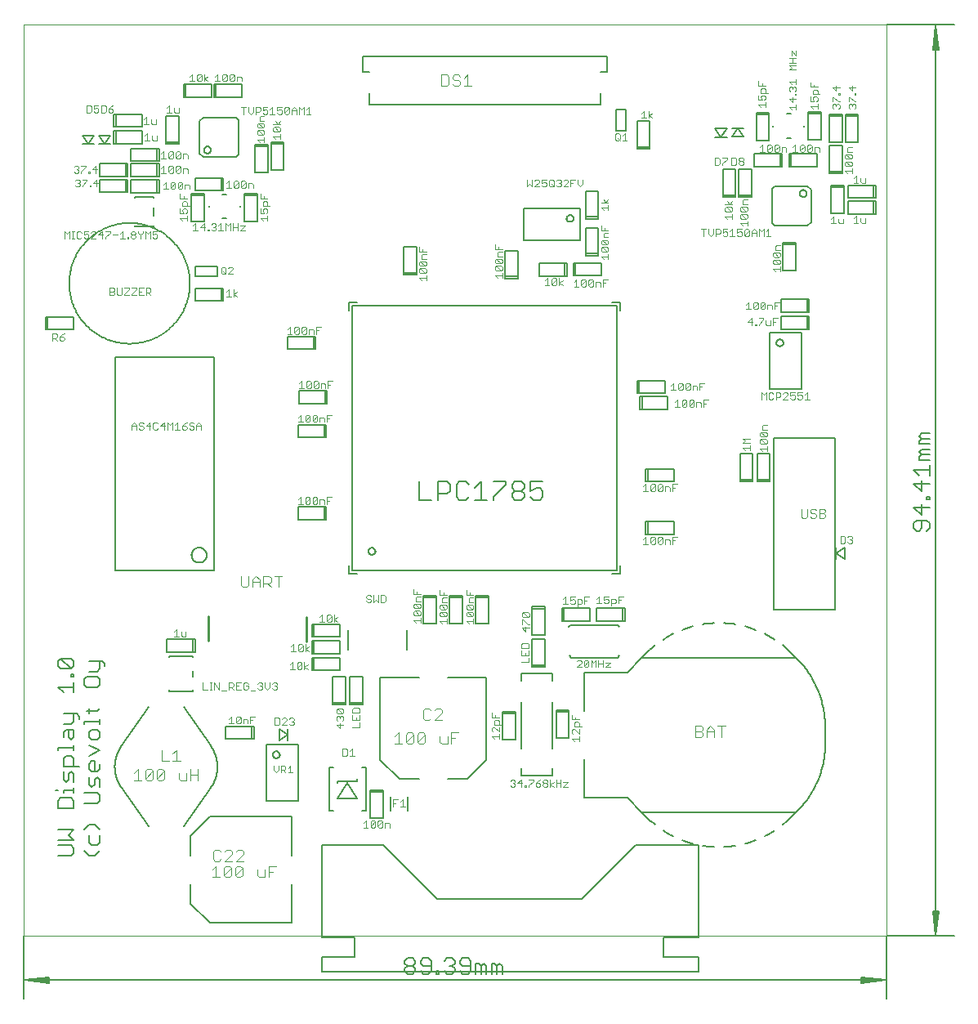
<source format=gto>
G75*
%MOIN*%
%OFA0B0*%
%FSLAX25Y25*%
%IPPOS*%
%LPD*%
%AMOC8*
5,1,8,0,0,1.08239X$1,22.5*
%
%ADD10C,0.00000*%
%ADD11C,0.00512*%
%ADD12C,0.00600*%
%ADD13C,0.00800*%
%ADD14C,0.00400*%
%ADD15C,0.00300*%
%ADD16C,0.01000*%
%ADD17C,0.00500*%
%ADD18C,0.00787*%
D10*
X0001500Y0026933D02*
X0001500Y0398634D01*
X0353421Y0398634D01*
X0353421Y0026933D01*
X0001500Y0026933D01*
D11*
X0001500Y0001256D01*
X0001756Y0008933D02*
X0011736Y0007909D01*
X0011736Y0007676D02*
X0001756Y0008933D01*
X0011736Y0009957D01*
X0011736Y0010190D02*
X0011736Y0007676D01*
X0011736Y0008421D02*
X0001756Y0008933D01*
X0011736Y0009445D01*
X0011736Y0010190D02*
X0001756Y0008933D01*
X0353165Y0008933D01*
X0343185Y0007909D01*
X0343185Y0007676D02*
X0353165Y0008933D01*
X0343185Y0009957D01*
X0343185Y0010190D02*
X0343185Y0007676D01*
X0343185Y0008421D02*
X0353165Y0008933D01*
X0343185Y0009445D01*
X0343185Y0010190D02*
X0353165Y0008933D01*
X0353421Y0001256D02*
X0353421Y0026933D01*
X0381177Y0026933D01*
X0373500Y0027189D02*
X0374524Y0037169D01*
X0374757Y0037169D02*
X0373500Y0027189D01*
X0372476Y0037169D01*
X0372243Y0037169D02*
X0374757Y0037169D01*
X0374012Y0037169D02*
X0373500Y0027189D01*
X0372988Y0037169D01*
X0372243Y0037169D02*
X0373500Y0027189D01*
X0373500Y0398378D01*
X0374524Y0388398D01*
X0374757Y0388398D02*
X0373500Y0398378D01*
X0372476Y0388398D01*
X0372243Y0388398D02*
X0374757Y0388398D01*
X0374012Y0388398D02*
X0373500Y0398378D01*
X0372988Y0388398D01*
X0372243Y0388398D02*
X0373500Y0398378D01*
X0381177Y0398634D02*
X0353421Y0398634D01*
D12*
X0367735Y0231930D02*
X0366668Y0230863D01*
X0367735Y0229795D01*
X0370938Y0229795D01*
X0370938Y0231930D02*
X0367735Y0231930D01*
X0367735Y0229795D02*
X0366668Y0228727D01*
X0366668Y0227660D01*
X0370938Y0227660D01*
X0370938Y0225485D02*
X0367735Y0225485D01*
X0366668Y0224417D01*
X0367735Y0223349D01*
X0370938Y0223349D01*
X0370938Y0221214D02*
X0366668Y0221214D01*
X0366668Y0222282D01*
X0367735Y0223349D01*
X0370938Y0219039D02*
X0370938Y0214769D01*
X0370938Y0216904D02*
X0364533Y0216904D01*
X0366668Y0214769D01*
X0367735Y0212594D02*
X0367735Y0208323D01*
X0364533Y0211526D01*
X0370938Y0211526D01*
X0370938Y0206168D02*
X0370938Y0205101D01*
X0369871Y0205101D01*
X0369871Y0206168D01*
X0370938Y0206168D01*
X0370938Y0201858D02*
X0364533Y0201858D01*
X0367735Y0198655D01*
X0367735Y0202925D01*
X0367735Y0196480D02*
X0367735Y0193277D01*
X0366668Y0192210D01*
X0365600Y0192210D01*
X0364533Y0193277D01*
X0364533Y0195412D01*
X0365600Y0196480D01*
X0369871Y0196480D01*
X0370938Y0195412D01*
X0370938Y0193277D01*
X0369871Y0192210D01*
X0195540Y0015765D02*
X0196607Y0014698D01*
X0196607Y0011495D01*
X0194472Y0011495D02*
X0194472Y0014698D01*
X0195540Y0015765D01*
X0194472Y0014698D02*
X0193405Y0015765D01*
X0192337Y0015765D01*
X0192337Y0011495D01*
X0190162Y0011495D02*
X0190162Y0014698D01*
X0189094Y0015765D01*
X0188027Y0014698D01*
X0188027Y0011495D01*
X0185891Y0011495D02*
X0185891Y0015765D01*
X0186959Y0015765D01*
X0188027Y0014698D01*
X0183716Y0014698D02*
X0180514Y0014698D01*
X0179446Y0015765D01*
X0179446Y0016833D01*
X0180514Y0017900D01*
X0182649Y0017900D01*
X0183716Y0016833D01*
X0183716Y0012562D01*
X0182649Y0011495D01*
X0180514Y0011495D01*
X0179446Y0012562D01*
X0177271Y0012562D02*
X0176203Y0011495D01*
X0174068Y0011495D01*
X0173000Y0012562D01*
X0170845Y0012562D02*
X0170845Y0011495D01*
X0169778Y0011495D01*
X0169778Y0012562D01*
X0170845Y0012562D01*
X0167603Y0012562D02*
X0166535Y0011495D01*
X0164400Y0011495D01*
X0163332Y0012562D01*
X0161157Y0012562D02*
X0160089Y0011495D01*
X0157954Y0011495D01*
X0156887Y0012562D01*
X0156887Y0013630D01*
X0157954Y0014698D01*
X0160089Y0014698D01*
X0161157Y0013630D01*
X0161157Y0012562D01*
X0160089Y0014698D02*
X0161157Y0015765D01*
X0161157Y0016833D01*
X0160089Y0017900D01*
X0157954Y0017900D01*
X0156887Y0016833D01*
X0156887Y0015765D01*
X0157954Y0014698D01*
X0163332Y0015765D02*
X0163332Y0016833D01*
X0164400Y0017900D01*
X0166535Y0017900D01*
X0167603Y0016833D01*
X0167603Y0012562D01*
X0167603Y0014698D02*
X0164400Y0014698D01*
X0163332Y0015765D01*
X0173000Y0016833D02*
X0174068Y0017900D01*
X0176203Y0017900D01*
X0177271Y0016833D01*
X0177271Y0015765D01*
X0176203Y0014698D01*
X0177271Y0013630D01*
X0177271Y0012562D01*
X0176203Y0014698D02*
X0175136Y0014698D01*
X0034535Y0136966D02*
X0034535Y0138033D01*
X0033468Y0139101D01*
X0028130Y0139101D01*
X0032400Y0139101D02*
X0032400Y0135898D01*
X0031332Y0134831D01*
X0028130Y0134831D01*
X0027062Y0132655D02*
X0025995Y0131588D01*
X0025995Y0129453D01*
X0027062Y0128385D01*
X0031332Y0128385D01*
X0032400Y0129453D01*
X0032400Y0131588D01*
X0031332Y0132655D01*
X0027062Y0132655D01*
X0021900Y0132682D02*
X0021900Y0133750D01*
X0020832Y0133750D01*
X0020832Y0132682D01*
X0021900Y0132682D01*
X0021900Y0130507D02*
X0021900Y0126237D01*
X0021900Y0128372D02*
X0015495Y0128372D01*
X0017630Y0126237D01*
X0017630Y0117616D02*
X0022968Y0117616D01*
X0024035Y0116548D01*
X0024035Y0115481D01*
X0025995Y0114413D02*
X0032400Y0114413D01*
X0032400Y0113346D02*
X0032400Y0115481D01*
X0031332Y0118710D02*
X0027062Y0118710D01*
X0028130Y0117643D02*
X0028130Y0119778D01*
X0031332Y0118710D02*
X0032400Y0119778D01*
X0025995Y0114413D02*
X0025995Y0113346D01*
X0029197Y0111170D02*
X0028130Y0110103D01*
X0028130Y0107968D01*
X0029197Y0106900D01*
X0031332Y0106900D01*
X0032400Y0107968D01*
X0032400Y0110103D01*
X0031332Y0111170D01*
X0029197Y0111170D01*
X0028130Y0104725D02*
X0032400Y0102590D01*
X0028130Y0100455D01*
X0029197Y0098279D02*
X0030265Y0098279D01*
X0030265Y0094009D01*
X0031332Y0094009D02*
X0029197Y0094009D01*
X0028130Y0095077D01*
X0028130Y0097212D01*
X0029197Y0098279D01*
X0032400Y0097212D02*
X0032400Y0095077D01*
X0031332Y0094009D01*
X0031332Y0091834D02*
X0030265Y0090766D01*
X0030265Y0088631D01*
X0029197Y0087564D01*
X0028130Y0088631D01*
X0028130Y0091834D01*
X0031332Y0091834D02*
X0032400Y0090766D01*
X0032400Y0087564D01*
X0031332Y0085388D02*
X0025995Y0085388D01*
X0021900Y0085415D02*
X0021900Y0087550D01*
X0021900Y0086483D02*
X0017630Y0086483D01*
X0017630Y0085415D01*
X0015495Y0086483D02*
X0014427Y0086483D01*
X0016562Y0083240D02*
X0015495Y0082172D01*
X0015495Y0078970D01*
X0021900Y0078970D01*
X0021900Y0082172D01*
X0020832Y0083240D01*
X0016562Y0083240D01*
X0018697Y0089712D02*
X0017630Y0090780D01*
X0017630Y0093982D01*
X0017630Y0096158D02*
X0017630Y0099360D01*
X0018697Y0100428D01*
X0020832Y0100428D01*
X0021900Y0099360D01*
X0021900Y0096158D01*
X0024035Y0096158D02*
X0017630Y0096158D01*
X0020832Y0093982D02*
X0019765Y0092915D01*
X0019765Y0090780D01*
X0018697Y0089712D01*
X0021900Y0089712D02*
X0021900Y0092915D01*
X0020832Y0093982D01*
X0021900Y0102603D02*
X0021900Y0104738D01*
X0021900Y0103671D02*
X0015495Y0103671D01*
X0015495Y0102603D01*
X0017630Y0107968D02*
X0017630Y0110103D01*
X0018697Y0111170D01*
X0021900Y0111170D01*
X0021900Y0107968D01*
X0020832Y0106900D01*
X0019765Y0107968D01*
X0019765Y0111170D01*
X0020832Y0113346D02*
X0017630Y0113346D01*
X0020832Y0113346D02*
X0021900Y0114413D01*
X0021900Y0117616D01*
X0020832Y0135905D02*
X0016562Y0135905D01*
X0015495Y0136972D01*
X0015495Y0139108D01*
X0016562Y0140175D01*
X0020832Y0135905D01*
X0021900Y0136972D01*
X0021900Y0139108D01*
X0020832Y0140175D01*
X0016562Y0140175D01*
X0031332Y0085388D02*
X0032400Y0084321D01*
X0032400Y0082186D01*
X0031332Y0081118D01*
X0025995Y0081118D01*
X0028130Y0072511D02*
X0025995Y0070376D01*
X0028130Y0072511D02*
X0030265Y0072511D01*
X0032400Y0070376D01*
X0032400Y0068200D02*
X0032400Y0064998D01*
X0031332Y0063930D01*
X0029197Y0063930D01*
X0028130Y0064998D01*
X0028130Y0068200D01*
X0021900Y0066079D02*
X0019765Y0068214D01*
X0021900Y0070349D01*
X0015495Y0070349D01*
X0015495Y0066079D02*
X0021900Y0066079D01*
X0020832Y0063903D02*
X0015495Y0063903D01*
X0015495Y0059633D02*
X0020832Y0059633D01*
X0021900Y0060701D01*
X0021900Y0062836D01*
X0020832Y0063903D01*
X0025995Y0061768D02*
X0028130Y0059633D01*
X0030265Y0059633D01*
X0032400Y0061768D01*
D13*
X0052413Y0071563D02*
X0041390Y0087311D01*
X0041183Y0087601D01*
X0040984Y0087896D01*
X0040791Y0088196D01*
X0040606Y0088500D01*
X0040428Y0088809D01*
X0040258Y0089122D01*
X0040096Y0089439D01*
X0039941Y0089760D01*
X0039794Y0090085D01*
X0039655Y0090413D01*
X0039524Y0090744D01*
X0039401Y0091079D01*
X0039286Y0091416D01*
X0039180Y0091756D01*
X0039081Y0092099D01*
X0038992Y0092444D01*
X0038910Y0092790D01*
X0038837Y0093139D01*
X0038773Y0093490D01*
X0038716Y0093842D01*
X0038669Y0094195D01*
X0038630Y0094549D01*
X0038600Y0094904D01*
X0038578Y0095260D01*
X0038565Y0095616D01*
X0038561Y0095972D01*
X0038565Y0096328D01*
X0038578Y0096684D01*
X0038600Y0097040D01*
X0038630Y0097395D01*
X0038669Y0097749D01*
X0038716Y0098102D01*
X0038773Y0098454D01*
X0038837Y0098805D01*
X0038910Y0099154D01*
X0038992Y0099500D01*
X0039081Y0099845D01*
X0039180Y0100188D01*
X0039286Y0100528D01*
X0039401Y0100865D01*
X0039524Y0101200D01*
X0039655Y0101531D01*
X0039794Y0101859D01*
X0039941Y0102184D01*
X0040096Y0102505D01*
X0040258Y0102822D01*
X0040428Y0103135D01*
X0040606Y0103444D01*
X0040791Y0103748D01*
X0040984Y0104048D01*
X0041183Y0104343D01*
X0041390Y0104633D01*
X0041390Y0104634D02*
X0052413Y0120382D01*
X0060894Y0126846D02*
X0060894Y0127240D01*
X0060894Y0126846D02*
X0070343Y0126846D01*
X0070343Y0127240D01*
X0066587Y0120382D02*
X0077610Y0104634D01*
X0083900Y0107333D02*
X0094500Y0107333D01*
X0095300Y0107333D01*
X0095300Y0112533D01*
X0094500Y0112533D01*
X0083900Y0112533D01*
X0083900Y0107333D01*
X0094500Y0107333D02*
X0094500Y0112533D01*
X0100500Y0104933D02*
X0113500Y0104933D01*
X0113500Y0081933D01*
X0100500Y0081933D01*
X0100500Y0104933D01*
X0105687Y0106571D02*
X0105687Y0111295D01*
X0109230Y0108933D01*
X0105687Y0106571D01*
X0109230Y0106571D02*
X0109230Y0111295D01*
X0103086Y0100933D02*
X0103088Y0101008D01*
X0103094Y0101082D01*
X0103104Y0101156D01*
X0103117Y0101229D01*
X0103135Y0101302D01*
X0103156Y0101373D01*
X0103181Y0101444D01*
X0103210Y0101513D01*
X0103243Y0101580D01*
X0103279Y0101645D01*
X0103318Y0101709D01*
X0103360Y0101770D01*
X0103406Y0101829D01*
X0103455Y0101886D01*
X0103507Y0101939D01*
X0103561Y0101990D01*
X0103618Y0102039D01*
X0103678Y0102083D01*
X0103740Y0102125D01*
X0103804Y0102164D01*
X0103870Y0102199D01*
X0103937Y0102230D01*
X0104007Y0102258D01*
X0104077Y0102282D01*
X0104149Y0102303D01*
X0104222Y0102319D01*
X0104295Y0102332D01*
X0104370Y0102341D01*
X0104444Y0102346D01*
X0104519Y0102347D01*
X0104593Y0102344D01*
X0104668Y0102337D01*
X0104741Y0102326D01*
X0104815Y0102312D01*
X0104887Y0102293D01*
X0104958Y0102271D01*
X0105028Y0102245D01*
X0105097Y0102215D01*
X0105163Y0102182D01*
X0105228Y0102145D01*
X0105291Y0102105D01*
X0105352Y0102061D01*
X0105410Y0102015D01*
X0105466Y0101965D01*
X0105519Y0101913D01*
X0105570Y0101858D01*
X0105617Y0101800D01*
X0105661Y0101740D01*
X0105702Y0101677D01*
X0105740Y0101613D01*
X0105774Y0101547D01*
X0105805Y0101478D01*
X0105832Y0101409D01*
X0105855Y0101338D01*
X0105874Y0101266D01*
X0105890Y0101193D01*
X0105902Y0101119D01*
X0105910Y0101045D01*
X0105914Y0100970D01*
X0105914Y0100896D01*
X0105910Y0100821D01*
X0105902Y0100747D01*
X0105890Y0100673D01*
X0105874Y0100600D01*
X0105855Y0100528D01*
X0105832Y0100457D01*
X0105805Y0100388D01*
X0105774Y0100319D01*
X0105740Y0100253D01*
X0105702Y0100189D01*
X0105661Y0100126D01*
X0105617Y0100066D01*
X0105570Y0100008D01*
X0105519Y0099953D01*
X0105466Y0099901D01*
X0105410Y0099851D01*
X0105352Y0099805D01*
X0105291Y0099761D01*
X0105228Y0099721D01*
X0105163Y0099684D01*
X0105097Y0099651D01*
X0105028Y0099621D01*
X0104958Y0099595D01*
X0104887Y0099573D01*
X0104815Y0099554D01*
X0104741Y0099540D01*
X0104668Y0099529D01*
X0104593Y0099522D01*
X0104519Y0099519D01*
X0104444Y0099520D01*
X0104370Y0099525D01*
X0104295Y0099534D01*
X0104222Y0099547D01*
X0104149Y0099563D01*
X0104077Y0099584D01*
X0104007Y0099608D01*
X0103937Y0099636D01*
X0103870Y0099667D01*
X0103804Y0099702D01*
X0103740Y0099741D01*
X0103678Y0099783D01*
X0103618Y0099827D01*
X0103561Y0099876D01*
X0103507Y0099927D01*
X0103455Y0099980D01*
X0103406Y0100037D01*
X0103360Y0100096D01*
X0103318Y0100157D01*
X0103279Y0100221D01*
X0103243Y0100286D01*
X0103210Y0100353D01*
X0103181Y0100422D01*
X0103156Y0100493D01*
X0103135Y0100564D01*
X0103117Y0100637D01*
X0103104Y0100710D01*
X0103094Y0100784D01*
X0103088Y0100858D01*
X0103086Y0100933D01*
X0126020Y0095650D02*
X0126020Y0077933D01*
X0127594Y0077933D01*
X0129563Y0083051D02*
X0133500Y0089350D01*
X0137437Y0083051D01*
X0129563Y0083051D01*
X0129563Y0089350D02*
X0129563Y0090138D01*
X0137437Y0090138D01*
X0137437Y0090925D01*
X0139406Y0095650D02*
X0140980Y0095650D01*
X0140980Y0077933D01*
X0139406Y0077933D01*
X0142900Y0075033D02*
X0142900Y0085633D01*
X0142900Y0086433D01*
X0148100Y0086433D01*
X0148100Y0085633D01*
X0148100Y0075033D01*
X0142900Y0075033D01*
X0150957Y0078177D02*
X0150957Y0083689D01*
X0148100Y0085633D02*
X0142900Y0085633D01*
X0154720Y0090933D02*
X0146846Y0098807D01*
X0146846Y0132272D01*
X0162594Y0132272D01*
X0157700Y0143733D02*
X0157700Y0151733D01*
X0164400Y0154333D02*
X0164400Y0164933D01*
X0164400Y0165733D01*
X0169600Y0165733D01*
X0169600Y0164933D01*
X0169600Y0154333D01*
X0164400Y0154333D01*
X0164400Y0164933D02*
X0169600Y0164933D01*
X0175100Y0164933D02*
X0175100Y0165733D01*
X0180300Y0165733D01*
X0180300Y0164933D01*
X0180300Y0154333D01*
X0175100Y0154333D01*
X0175100Y0164933D01*
X0180300Y0164933D01*
X0185900Y0164933D02*
X0185900Y0165733D01*
X0191100Y0165733D01*
X0191100Y0164933D01*
X0191100Y0154333D01*
X0185900Y0154333D01*
X0185900Y0164933D01*
X0191100Y0164933D01*
X0208900Y0161233D02*
X0208900Y0160433D01*
X0208900Y0149833D01*
X0214100Y0149833D01*
X0214100Y0160433D01*
X0214100Y0161233D01*
X0208900Y0161233D01*
X0208900Y0160433D02*
X0214100Y0160433D01*
X0221000Y0160733D02*
X0221000Y0155533D01*
X0221800Y0155533D01*
X0232400Y0155533D01*
X0232400Y0160733D01*
X0221800Y0160733D01*
X0221000Y0160733D01*
X0221800Y0160733D02*
X0221800Y0155533D01*
X0214100Y0148033D02*
X0214100Y0137433D01*
X0214100Y0136633D01*
X0208900Y0136633D01*
X0208900Y0137433D01*
X0208900Y0148033D01*
X0214100Y0148033D01*
X0214100Y0137433D02*
X0208900Y0137433D01*
X0204500Y0133933D02*
X0204500Y0130933D01*
X0204500Y0133933D02*
X0217000Y0133933D01*
X0217000Y0130933D01*
X0217000Y0122433D02*
X0217000Y0103433D01*
X0218600Y0107633D02*
X0218600Y0118233D01*
X0218600Y0119033D01*
X0223800Y0119033D01*
X0223800Y0118233D01*
X0223800Y0107633D01*
X0218600Y0107633D01*
X0218600Y0118233D02*
X0223800Y0118233D01*
X0229917Y0118776D02*
X0229917Y0134524D01*
X0247634Y0134524D01*
X0253539Y0140429D01*
X0255508Y0142398D01*
X0253539Y0140429D02*
X0316531Y0140429D01*
X0314563Y0142398D01*
X0307500Y0159933D02*
X0332500Y0159933D01*
X0332500Y0229933D01*
X0307500Y0229933D01*
X0307500Y0159933D01*
X0332770Y0180571D02*
X0332770Y0185295D01*
X0332770Y0182933D02*
X0336313Y0185295D01*
X0336313Y0180571D01*
X0332770Y0182933D01*
X0305900Y0212333D02*
X0305900Y0213133D01*
X0305900Y0223733D01*
X0300700Y0223733D01*
X0300700Y0213133D01*
X0300700Y0212333D01*
X0305900Y0212333D01*
X0305900Y0213133D02*
X0300700Y0213133D01*
X0298900Y0213133D02*
X0298900Y0212333D01*
X0293700Y0212333D01*
X0293700Y0213133D01*
X0293700Y0223733D01*
X0298900Y0223733D01*
X0298900Y0213133D01*
X0293700Y0213133D01*
X0266600Y0212333D02*
X0256000Y0212333D01*
X0255200Y0212333D01*
X0255200Y0217533D01*
X0256000Y0217533D01*
X0266600Y0217533D01*
X0266600Y0212333D01*
X0256000Y0212333D02*
X0256000Y0217533D01*
X0256000Y0196033D02*
X0255200Y0196033D01*
X0255200Y0190833D01*
X0256000Y0190833D01*
X0266600Y0190833D01*
X0266600Y0196033D01*
X0256000Y0196033D01*
X0256000Y0190833D01*
X0244800Y0177933D02*
X0244800Y0174633D01*
X0241500Y0174633D01*
X0243500Y0175933D02*
X0135500Y0175933D01*
X0135500Y0283933D01*
X0243500Y0283933D01*
X0243500Y0175933D01*
X0245800Y0160733D02*
X0235200Y0160733D01*
X0235200Y0155533D01*
X0245800Y0155533D01*
X0246600Y0155533D01*
X0246600Y0160733D01*
X0245800Y0160733D01*
X0245800Y0155533D01*
X0311017Y0145561D02*
X0311754Y0144961D01*
X0312478Y0144344D01*
X0313188Y0143711D01*
X0313882Y0143062D01*
X0314562Y0142397D01*
X0318500Y0138461D02*
X0319141Y0137696D01*
X0319763Y0136916D01*
X0320366Y0136122D01*
X0320950Y0135313D01*
X0321513Y0134490D01*
X0322057Y0133654D01*
X0322580Y0132804D01*
X0323083Y0131943D01*
X0323564Y0131069D01*
X0324024Y0130184D01*
X0324462Y0129288D01*
X0324879Y0128382D01*
X0325274Y0127466D01*
X0325646Y0126540D01*
X0325995Y0125606D01*
X0326322Y0124664D01*
X0326626Y0123714D01*
X0326907Y0122757D01*
X0327165Y0121793D01*
X0327399Y0120823D01*
X0327609Y0119848D01*
X0327796Y0118869D01*
X0327959Y0117884D01*
X0328098Y0116897D01*
X0328213Y0115906D01*
X0328304Y0114913D01*
X0328371Y0113917D01*
X0328414Y0112921D01*
X0328432Y0111924D01*
X0328427Y0110926D01*
X0328397Y0109929D01*
X0328343Y0108933D01*
X0318500Y0079406D02*
X0316531Y0077437D01*
X0314563Y0075469D01*
X0316531Y0077437D02*
X0253539Y0077437D01*
X0255508Y0075469D01*
X0253539Y0077437D02*
X0247634Y0083343D01*
X0229917Y0083343D01*
X0229917Y0099091D01*
X0217000Y0095433D02*
X0217000Y0092433D01*
X0204500Y0092433D01*
X0204500Y0095433D01*
X0204500Y0103433D02*
X0204500Y0122433D01*
X0202100Y0118533D02*
X0202100Y0117733D01*
X0202100Y0107133D01*
X0196900Y0107133D01*
X0196900Y0117733D01*
X0196900Y0118533D01*
X0202100Y0118533D01*
X0202100Y0117733D02*
X0196900Y0117733D01*
X0190154Y0132272D02*
X0190154Y0098807D01*
X0182280Y0090933D01*
X0174406Y0090933D01*
X0162594Y0090933D02*
X0154720Y0090933D01*
X0158043Y0083689D02*
X0158043Y0078177D01*
X0127594Y0095650D02*
X0126020Y0095650D01*
X0110839Y0075587D02*
X0110839Y0059839D01*
X0110839Y0048028D02*
X0110839Y0032280D01*
X0077374Y0032280D01*
X0069500Y0040154D01*
X0069500Y0048028D01*
X0069500Y0059839D02*
X0069500Y0067713D01*
X0077374Y0075587D01*
X0110839Y0075587D01*
X0077610Y0087311D02*
X0066587Y0071563D01*
X0077610Y0087311D02*
X0077817Y0087601D01*
X0078016Y0087896D01*
X0078209Y0088196D01*
X0078394Y0088500D01*
X0078572Y0088809D01*
X0078742Y0089122D01*
X0078904Y0089439D01*
X0079059Y0089760D01*
X0079206Y0090085D01*
X0079345Y0090413D01*
X0079476Y0090744D01*
X0079599Y0091079D01*
X0079714Y0091416D01*
X0079820Y0091756D01*
X0079919Y0092099D01*
X0080008Y0092444D01*
X0080090Y0092790D01*
X0080163Y0093139D01*
X0080227Y0093490D01*
X0080284Y0093842D01*
X0080331Y0094195D01*
X0080370Y0094549D01*
X0080400Y0094904D01*
X0080422Y0095260D01*
X0080435Y0095616D01*
X0080439Y0095972D01*
X0080435Y0096328D01*
X0080422Y0096684D01*
X0080400Y0097040D01*
X0080370Y0097395D01*
X0080331Y0097749D01*
X0080284Y0098102D01*
X0080227Y0098454D01*
X0080163Y0098805D01*
X0080090Y0099154D01*
X0080008Y0099500D01*
X0079919Y0099845D01*
X0079820Y0100188D01*
X0079714Y0100528D01*
X0079599Y0100865D01*
X0079476Y0101200D01*
X0079345Y0101531D01*
X0079206Y0101859D01*
X0079059Y0102184D01*
X0078904Y0102505D01*
X0078742Y0102822D01*
X0078572Y0103135D01*
X0078394Y0103444D01*
X0078209Y0103748D01*
X0078016Y0104048D01*
X0077817Y0104343D01*
X0077610Y0104633D01*
X0070343Y0132752D02*
X0070343Y0135114D01*
X0070343Y0140626D02*
X0070343Y0141020D01*
X0060894Y0141020D01*
X0060894Y0140626D01*
X0059900Y0142833D02*
X0070500Y0142833D01*
X0071300Y0142833D01*
X0071300Y0148033D01*
X0070500Y0148033D01*
X0059900Y0148033D01*
X0059900Y0142833D01*
X0070500Y0142833D02*
X0070500Y0148033D01*
X0079200Y0176133D02*
X0038900Y0176133D01*
X0038900Y0262933D01*
X0079200Y0262933D01*
X0079200Y0176133D01*
X0069900Y0182333D02*
X0069902Y0182444D01*
X0069908Y0182555D01*
X0069918Y0182666D01*
X0069932Y0182777D01*
X0069950Y0182887D01*
X0069972Y0182996D01*
X0069997Y0183104D01*
X0070027Y0183211D01*
X0070060Y0183317D01*
X0070098Y0183422D01*
X0070139Y0183526D01*
X0070183Y0183628D01*
X0070232Y0183728D01*
X0070283Y0183826D01*
X0070339Y0183923D01*
X0070398Y0184017D01*
X0070460Y0184110D01*
X0070525Y0184200D01*
X0070594Y0184287D01*
X0070665Y0184373D01*
X0070740Y0184455D01*
X0070818Y0184535D01*
X0070898Y0184612D01*
X0070981Y0184686D01*
X0071067Y0184757D01*
X0071155Y0184824D01*
X0071246Y0184889D01*
X0071339Y0184950D01*
X0071434Y0185008D01*
X0071531Y0185063D01*
X0071630Y0185114D01*
X0071731Y0185161D01*
X0071833Y0185205D01*
X0071937Y0185245D01*
X0072042Y0185281D01*
X0072148Y0185314D01*
X0072256Y0185342D01*
X0072365Y0185367D01*
X0072474Y0185388D01*
X0072584Y0185405D01*
X0072694Y0185418D01*
X0072805Y0185427D01*
X0072917Y0185432D01*
X0073028Y0185433D01*
X0073139Y0185430D01*
X0073250Y0185423D01*
X0073361Y0185412D01*
X0073471Y0185397D01*
X0073581Y0185378D01*
X0073690Y0185355D01*
X0073798Y0185329D01*
X0073905Y0185298D01*
X0074011Y0185264D01*
X0074115Y0185225D01*
X0074218Y0185184D01*
X0074320Y0185138D01*
X0074420Y0185089D01*
X0074518Y0185036D01*
X0074614Y0184980D01*
X0074708Y0184920D01*
X0074800Y0184857D01*
X0074889Y0184791D01*
X0074976Y0184722D01*
X0075060Y0184649D01*
X0075142Y0184574D01*
X0075221Y0184495D01*
X0075298Y0184414D01*
X0075371Y0184330D01*
X0075441Y0184244D01*
X0075508Y0184155D01*
X0075572Y0184064D01*
X0075632Y0183971D01*
X0075689Y0183875D01*
X0075743Y0183777D01*
X0075793Y0183678D01*
X0075839Y0183577D01*
X0075882Y0183474D01*
X0075921Y0183370D01*
X0075957Y0183264D01*
X0075988Y0183158D01*
X0076016Y0183050D01*
X0076040Y0182941D01*
X0076060Y0182832D01*
X0076076Y0182722D01*
X0076088Y0182611D01*
X0076096Y0182500D01*
X0076100Y0182389D01*
X0076100Y0182277D01*
X0076096Y0182166D01*
X0076088Y0182055D01*
X0076076Y0181944D01*
X0076060Y0181834D01*
X0076040Y0181725D01*
X0076016Y0181616D01*
X0075988Y0181508D01*
X0075957Y0181402D01*
X0075921Y0181296D01*
X0075882Y0181192D01*
X0075839Y0181089D01*
X0075793Y0180988D01*
X0075743Y0180889D01*
X0075689Y0180791D01*
X0075632Y0180695D01*
X0075572Y0180602D01*
X0075508Y0180511D01*
X0075441Y0180422D01*
X0075371Y0180336D01*
X0075298Y0180252D01*
X0075221Y0180171D01*
X0075142Y0180092D01*
X0075060Y0180017D01*
X0074976Y0179944D01*
X0074889Y0179875D01*
X0074800Y0179809D01*
X0074708Y0179746D01*
X0074614Y0179686D01*
X0074518Y0179630D01*
X0074420Y0179577D01*
X0074320Y0179528D01*
X0074218Y0179482D01*
X0074115Y0179441D01*
X0074011Y0179402D01*
X0073905Y0179368D01*
X0073798Y0179337D01*
X0073690Y0179311D01*
X0073581Y0179288D01*
X0073471Y0179269D01*
X0073361Y0179254D01*
X0073250Y0179243D01*
X0073139Y0179236D01*
X0073028Y0179233D01*
X0072917Y0179234D01*
X0072805Y0179239D01*
X0072694Y0179248D01*
X0072584Y0179261D01*
X0072474Y0179278D01*
X0072365Y0179299D01*
X0072256Y0179324D01*
X0072148Y0179352D01*
X0072042Y0179385D01*
X0071937Y0179421D01*
X0071833Y0179461D01*
X0071731Y0179505D01*
X0071630Y0179552D01*
X0071531Y0179603D01*
X0071434Y0179658D01*
X0071339Y0179716D01*
X0071246Y0179777D01*
X0071155Y0179842D01*
X0071067Y0179909D01*
X0070981Y0179980D01*
X0070898Y0180054D01*
X0070818Y0180131D01*
X0070740Y0180211D01*
X0070665Y0180293D01*
X0070594Y0180379D01*
X0070525Y0180466D01*
X0070460Y0180556D01*
X0070398Y0180649D01*
X0070339Y0180743D01*
X0070283Y0180840D01*
X0070232Y0180938D01*
X0070183Y0181038D01*
X0070139Y0181140D01*
X0070098Y0181244D01*
X0070060Y0181349D01*
X0070027Y0181455D01*
X0069997Y0181562D01*
X0069972Y0181670D01*
X0069950Y0181779D01*
X0069932Y0181889D01*
X0069918Y0182000D01*
X0069908Y0182111D01*
X0069902Y0182222D01*
X0069900Y0182333D01*
X0113400Y0196833D02*
X0124000Y0196833D01*
X0124800Y0196833D01*
X0124800Y0202033D01*
X0124000Y0202033D01*
X0113400Y0202033D01*
X0113400Y0196833D01*
X0124000Y0196833D02*
X0124000Y0202033D01*
X0142086Y0183933D02*
X0142088Y0184008D01*
X0142094Y0184082D01*
X0142104Y0184156D01*
X0142117Y0184229D01*
X0142135Y0184302D01*
X0142156Y0184373D01*
X0142181Y0184444D01*
X0142210Y0184513D01*
X0142243Y0184580D01*
X0142279Y0184645D01*
X0142318Y0184709D01*
X0142360Y0184770D01*
X0142406Y0184829D01*
X0142455Y0184886D01*
X0142507Y0184939D01*
X0142561Y0184990D01*
X0142618Y0185039D01*
X0142678Y0185083D01*
X0142740Y0185125D01*
X0142804Y0185164D01*
X0142870Y0185199D01*
X0142937Y0185230D01*
X0143007Y0185258D01*
X0143077Y0185282D01*
X0143149Y0185303D01*
X0143222Y0185319D01*
X0143295Y0185332D01*
X0143370Y0185341D01*
X0143444Y0185346D01*
X0143519Y0185347D01*
X0143593Y0185344D01*
X0143668Y0185337D01*
X0143741Y0185326D01*
X0143815Y0185312D01*
X0143887Y0185293D01*
X0143958Y0185271D01*
X0144028Y0185245D01*
X0144097Y0185215D01*
X0144163Y0185182D01*
X0144228Y0185145D01*
X0144291Y0185105D01*
X0144352Y0185061D01*
X0144410Y0185015D01*
X0144466Y0184965D01*
X0144519Y0184913D01*
X0144570Y0184858D01*
X0144617Y0184800D01*
X0144661Y0184740D01*
X0144702Y0184677D01*
X0144740Y0184613D01*
X0144774Y0184547D01*
X0144805Y0184478D01*
X0144832Y0184409D01*
X0144855Y0184338D01*
X0144874Y0184266D01*
X0144890Y0184193D01*
X0144902Y0184119D01*
X0144910Y0184045D01*
X0144914Y0183970D01*
X0144914Y0183896D01*
X0144910Y0183821D01*
X0144902Y0183747D01*
X0144890Y0183673D01*
X0144874Y0183600D01*
X0144855Y0183528D01*
X0144832Y0183457D01*
X0144805Y0183388D01*
X0144774Y0183319D01*
X0144740Y0183253D01*
X0144702Y0183189D01*
X0144661Y0183126D01*
X0144617Y0183066D01*
X0144570Y0183008D01*
X0144519Y0182953D01*
X0144466Y0182901D01*
X0144410Y0182851D01*
X0144352Y0182805D01*
X0144291Y0182761D01*
X0144228Y0182721D01*
X0144163Y0182684D01*
X0144097Y0182651D01*
X0144028Y0182621D01*
X0143958Y0182595D01*
X0143887Y0182573D01*
X0143815Y0182554D01*
X0143741Y0182540D01*
X0143668Y0182529D01*
X0143593Y0182522D01*
X0143519Y0182519D01*
X0143444Y0182520D01*
X0143370Y0182525D01*
X0143295Y0182534D01*
X0143222Y0182547D01*
X0143149Y0182563D01*
X0143077Y0182584D01*
X0143007Y0182608D01*
X0142937Y0182636D01*
X0142870Y0182667D01*
X0142804Y0182702D01*
X0142740Y0182741D01*
X0142678Y0182783D01*
X0142618Y0182827D01*
X0142561Y0182876D01*
X0142507Y0182927D01*
X0142455Y0182980D01*
X0142406Y0183037D01*
X0142360Y0183096D01*
X0142318Y0183157D01*
X0142279Y0183221D01*
X0142243Y0183286D01*
X0142210Y0183353D01*
X0142181Y0183422D01*
X0142156Y0183493D01*
X0142135Y0183564D01*
X0142117Y0183637D01*
X0142104Y0183710D01*
X0142094Y0183784D01*
X0142088Y0183858D01*
X0142086Y0183933D01*
X0134200Y0177933D02*
X0134200Y0174633D01*
X0137500Y0174633D01*
X0130500Y0154133D02*
X0119900Y0154133D01*
X0119100Y0154133D01*
X0119100Y0148933D01*
X0119900Y0148933D01*
X0130500Y0148933D01*
X0130500Y0154133D01*
X0133700Y0151733D02*
X0133700Y0143733D01*
X0130400Y0142133D02*
X0119800Y0142133D01*
X0119000Y0142133D01*
X0119000Y0147333D01*
X0119800Y0147333D01*
X0130400Y0147333D01*
X0130400Y0142133D01*
X0130400Y0140533D02*
X0119800Y0140533D01*
X0119000Y0140533D01*
X0119000Y0135333D01*
X0119800Y0135333D01*
X0130400Y0135333D01*
X0130400Y0140533D01*
X0132700Y0132633D02*
X0127500Y0132633D01*
X0127500Y0122033D01*
X0127500Y0121233D01*
X0132700Y0121233D01*
X0132700Y0122033D01*
X0132700Y0132633D01*
X0134500Y0132633D02*
X0134500Y0122033D01*
X0134500Y0121233D01*
X0139700Y0121233D01*
X0139700Y0122033D01*
X0139700Y0132633D01*
X0134500Y0132633D01*
X0134500Y0122033D02*
X0139700Y0122033D01*
X0132700Y0122033D02*
X0127500Y0122033D01*
X0119800Y0135333D02*
X0119800Y0140533D01*
X0119800Y0142133D02*
X0119800Y0147333D01*
X0119900Y0148933D02*
X0119900Y0154133D01*
X0162900Y0204833D02*
X0167838Y0204833D01*
X0170450Y0204833D02*
X0170450Y0212239D01*
X0174154Y0212239D01*
X0175388Y0211005D01*
X0175388Y0208536D01*
X0174154Y0207302D01*
X0170450Y0207302D01*
X0178001Y0206067D02*
X0179235Y0204833D01*
X0181704Y0204833D01*
X0182938Y0206067D01*
X0185551Y0204833D02*
X0190489Y0204833D01*
X0188020Y0204833D02*
X0188020Y0212239D01*
X0185551Y0209771D01*
X0182938Y0211005D02*
X0181704Y0212239D01*
X0179235Y0212239D01*
X0178001Y0211005D01*
X0178001Y0206067D01*
X0193102Y0206067D02*
X0193102Y0204833D01*
X0193102Y0206067D02*
X0198039Y0211005D01*
X0198039Y0212239D01*
X0193102Y0212239D01*
X0200652Y0211005D02*
X0200652Y0209771D01*
X0201887Y0208536D01*
X0204355Y0208536D01*
X0205590Y0207302D01*
X0205590Y0206067D01*
X0204355Y0204833D01*
X0201887Y0204833D01*
X0200652Y0206067D01*
X0200652Y0207302D01*
X0201887Y0208536D01*
X0204355Y0208536D02*
X0205590Y0209771D01*
X0205590Y0211005D01*
X0204355Y0212239D01*
X0201887Y0212239D01*
X0200652Y0211005D01*
X0208203Y0212239D02*
X0208203Y0208536D01*
X0210671Y0209771D01*
X0211906Y0209771D01*
X0213140Y0208536D01*
X0213140Y0206067D01*
X0211906Y0204833D01*
X0209437Y0204833D01*
X0208203Y0206067D01*
X0208203Y0212239D02*
X0213140Y0212239D01*
X0251600Y0248333D02*
X0251600Y0253533D01*
X0252400Y0253533D01*
X0263000Y0253533D01*
X0263000Y0248333D01*
X0252400Y0248333D01*
X0251600Y0248333D01*
X0252400Y0248333D02*
X0252400Y0253533D01*
X0252800Y0247033D02*
X0253600Y0247033D01*
X0264200Y0247033D01*
X0264200Y0241833D01*
X0253600Y0241833D01*
X0252800Y0241833D01*
X0252800Y0247033D01*
X0253600Y0247033D02*
X0253600Y0241833D01*
X0244800Y0281933D02*
X0244800Y0285233D01*
X0241500Y0285233D01*
X0237100Y0296233D02*
X0226500Y0296233D01*
X0225700Y0296233D01*
X0225700Y0301433D01*
X0226500Y0301433D01*
X0237100Y0301433D01*
X0237100Y0296233D01*
X0226500Y0296233D02*
X0226500Y0301433D01*
X0223000Y0301333D02*
X0222200Y0301333D01*
X0211600Y0301333D01*
X0211600Y0296133D01*
X0222200Y0296133D01*
X0223000Y0296133D01*
X0223000Y0301333D01*
X0222200Y0301333D02*
X0222200Y0296133D01*
X0230700Y0304433D02*
X0230700Y0305233D01*
X0230700Y0315833D01*
X0235900Y0315833D01*
X0235900Y0305233D01*
X0235900Y0304433D01*
X0230700Y0304433D01*
X0230700Y0305233D02*
X0235900Y0305233D01*
X0228300Y0310633D02*
X0228300Y0323633D01*
X0205300Y0323633D01*
X0205300Y0310633D01*
X0228300Y0310633D01*
X0230700Y0319433D02*
X0230700Y0320233D01*
X0230700Y0330833D01*
X0235900Y0330833D01*
X0235900Y0320233D01*
X0235900Y0319433D01*
X0230700Y0319433D01*
X0230700Y0320233D02*
X0235900Y0320233D01*
X0222886Y0319633D02*
X0222888Y0319708D01*
X0222894Y0319782D01*
X0222904Y0319856D01*
X0222917Y0319929D01*
X0222935Y0320002D01*
X0222956Y0320073D01*
X0222981Y0320144D01*
X0223010Y0320213D01*
X0223043Y0320280D01*
X0223079Y0320345D01*
X0223118Y0320409D01*
X0223160Y0320470D01*
X0223206Y0320529D01*
X0223255Y0320586D01*
X0223307Y0320639D01*
X0223361Y0320690D01*
X0223418Y0320739D01*
X0223478Y0320783D01*
X0223540Y0320825D01*
X0223604Y0320864D01*
X0223670Y0320899D01*
X0223737Y0320930D01*
X0223807Y0320958D01*
X0223877Y0320982D01*
X0223949Y0321003D01*
X0224022Y0321019D01*
X0224095Y0321032D01*
X0224170Y0321041D01*
X0224244Y0321046D01*
X0224319Y0321047D01*
X0224393Y0321044D01*
X0224468Y0321037D01*
X0224541Y0321026D01*
X0224615Y0321012D01*
X0224687Y0320993D01*
X0224758Y0320971D01*
X0224828Y0320945D01*
X0224897Y0320915D01*
X0224963Y0320882D01*
X0225028Y0320845D01*
X0225091Y0320805D01*
X0225152Y0320761D01*
X0225210Y0320715D01*
X0225266Y0320665D01*
X0225319Y0320613D01*
X0225370Y0320558D01*
X0225417Y0320500D01*
X0225461Y0320440D01*
X0225502Y0320377D01*
X0225540Y0320313D01*
X0225574Y0320247D01*
X0225605Y0320178D01*
X0225632Y0320109D01*
X0225655Y0320038D01*
X0225674Y0319966D01*
X0225690Y0319893D01*
X0225702Y0319819D01*
X0225710Y0319745D01*
X0225714Y0319670D01*
X0225714Y0319596D01*
X0225710Y0319521D01*
X0225702Y0319447D01*
X0225690Y0319373D01*
X0225674Y0319300D01*
X0225655Y0319228D01*
X0225632Y0319157D01*
X0225605Y0319088D01*
X0225574Y0319019D01*
X0225540Y0318953D01*
X0225502Y0318889D01*
X0225461Y0318826D01*
X0225417Y0318766D01*
X0225370Y0318708D01*
X0225319Y0318653D01*
X0225266Y0318601D01*
X0225210Y0318551D01*
X0225152Y0318505D01*
X0225091Y0318461D01*
X0225028Y0318421D01*
X0224963Y0318384D01*
X0224897Y0318351D01*
X0224828Y0318321D01*
X0224758Y0318295D01*
X0224687Y0318273D01*
X0224615Y0318254D01*
X0224541Y0318240D01*
X0224468Y0318229D01*
X0224393Y0318222D01*
X0224319Y0318219D01*
X0224244Y0318220D01*
X0224170Y0318225D01*
X0224095Y0318234D01*
X0224022Y0318247D01*
X0223949Y0318263D01*
X0223877Y0318284D01*
X0223807Y0318308D01*
X0223737Y0318336D01*
X0223670Y0318367D01*
X0223604Y0318402D01*
X0223540Y0318441D01*
X0223478Y0318483D01*
X0223418Y0318527D01*
X0223361Y0318576D01*
X0223307Y0318627D01*
X0223255Y0318680D01*
X0223206Y0318737D01*
X0223160Y0318796D01*
X0223118Y0318857D01*
X0223079Y0318921D01*
X0223043Y0318986D01*
X0223010Y0319053D01*
X0222981Y0319122D01*
X0222956Y0319193D01*
X0222935Y0319264D01*
X0222917Y0319337D01*
X0222904Y0319410D01*
X0222894Y0319484D01*
X0222888Y0319558D01*
X0222886Y0319633D01*
X0203100Y0306533D02*
X0203100Y0295933D01*
X0203100Y0295133D01*
X0197900Y0295133D01*
X0197900Y0295933D01*
X0197900Y0306533D01*
X0203100Y0306533D01*
X0203100Y0295933D02*
X0197900Y0295933D01*
X0161600Y0296733D02*
X0161600Y0297533D01*
X0161600Y0308133D01*
X0156400Y0308133D01*
X0156400Y0297533D01*
X0156400Y0296733D01*
X0161600Y0296733D01*
X0161600Y0297533D02*
X0156400Y0297533D01*
X0137500Y0285233D02*
X0134200Y0285233D01*
X0134200Y0281933D01*
X0120400Y0271433D02*
X0120400Y0266233D01*
X0119600Y0266233D01*
X0109000Y0266233D01*
X0109000Y0271433D01*
X0119600Y0271433D01*
X0120400Y0271433D01*
X0119600Y0271433D02*
X0119600Y0266233D01*
X0124400Y0249333D02*
X0113800Y0249333D01*
X0113800Y0244133D01*
X0124400Y0244133D01*
X0125200Y0244133D01*
X0125200Y0249333D01*
X0124400Y0249333D01*
X0124400Y0244133D01*
X0124000Y0235533D02*
X0124800Y0235533D01*
X0124800Y0230333D01*
X0124000Y0230333D01*
X0113400Y0230333D01*
X0113400Y0235533D01*
X0124000Y0235533D01*
X0124000Y0230333D01*
X0162900Y0212239D02*
X0162900Y0204833D01*
X0174406Y0132272D02*
X0190154Y0132272D01*
X0316531Y0140429D02*
X0317524Y0139453D01*
X0318500Y0138460D01*
X0328343Y0108933D02*
X0328411Y0107966D01*
X0328456Y0106997D01*
X0328477Y0106028D01*
X0328475Y0105059D01*
X0328448Y0104090D01*
X0328398Y0103122D01*
X0328324Y0102155D01*
X0328226Y0101191D01*
X0328105Y0100229D01*
X0327960Y0099270D01*
X0327792Y0098315D01*
X0327600Y0097365D01*
X0327385Y0096420D01*
X0327147Y0095480D01*
X0326886Y0094547D01*
X0326602Y0093620D01*
X0326296Y0092700D01*
X0325966Y0091788D01*
X0325615Y0090884D01*
X0325242Y0089990D01*
X0324847Y0089105D01*
X0324430Y0088229D01*
X0323992Y0087365D01*
X0323532Y0086511D01*
X0323052Y0085669D01*
X0322552Y0084838D01*
X0322031Y0084021D01*
X0321490Y0083216D01*
X0320930Y0082425D01*
X0320350Y0081648D01*
X0319752Y0080885D01*
X0319135Y0080137D01*
X0318500Y0079405D01*
X0300101Y0066051D02*
X0299211Y0065718D01*
X0298313Y0065405D01*
X0297408Y0065113D01*
X0296497Y0064842D01*
X0295579Y0064591D01*
X0259053Y0072305D02*
X0258316Y0072905D01*
X0257592Y0073522D01*
X0256882Y0074155D01*
X0256188Y0074804D01*
X0255508Y0075469D01*
X0269969Y0066051D02*
X0270859Y0065718D01*
X0271757Y0065405D01*
X0272662Y0065113D01*
X0273573Y0064842D01*
X0274491Y0064591D01*
X0311017Y0072305D02*
X0311754Y0072905D01*
X0312478Y0073522D01*
X0313188Y0074155D01*
X0313882Y0074804D01*
X0314562Y0075469D01*
X0283067Y0063284D02*
X0282118Y0063340D01*
X0281170Y0063417D01*
X0280225Y0063516D01*
X0279281Y0063636D01*
X0278341Y0063778D01*
X0287003Y0063284D02*
X0287952Y0063340D01*
X0288900Y0063417D01*
X0289845Y0063516D01*
X0290789Y0063636D01*
X0291729Y0063778D01*
X0303702Y0067642D02*
X0304547Y0068077D01*
X0305383Y0068531D01*
X0306208Y0069003D01*
X0307022Y0069495D01*
X0307825Y0070004D01*
X0266369Y0067642D02*
X0265524Y0068077D01*
X0264688Y0068531D01*
X0263863Y0069003D01*
X0263049Y0069495D01*
X0262246Y0070004D01*
X0262246Y0147862D02*
X0263049Y0148371D01*
X0263863Y0148863D01*
X0264688Y0149335D01*
X0265524Y0149789D01*
X0266369Y0150224D01*
X0269969Y0151815D02*
X0270859Y0152148D01*
X0271757Y0152461D01*
X0272662Y0152753D01*
X0273573Y0153024D01*
X0274491Y0153275D01*
X0295579Y0153275D02*
X0296497Y0153024D01*
X0297408Y0152753D01*
X0298313Y0152461D01*
X0299211Y0152148D01*
X0300101Y0151815D01*
X0259053Y0145561D02*
X0258316Y0144961D01*
X0257592Y0144344D01*
X0256882Y0143711D01*
X0256188Y0143062D01*
X0255508Y0142397D01*
X0287003Y0154582D02*
X0287952Y0154526D01*
X0288900Y0154449D01*
X0289845Y0154350D01*
X0290789Y0154230D01*
X0291729Y0154088D01*
X0283067Y0154582D02*
X0282118Y0154526D01*
X0281170Y0154449D01*
X0280225Y0154350D01*
X0279281Y0154230D01*
X0278341Y0154088D01*
X0303702Y0150224D02*
X0304547Y0149789D01*
X0305383Y0149335D01*
X0306208Y0148863D01*
X0307022Y0148371D01*
X0307825Y0147862D01*
X0305900Y0249933D02*
X0305900Y0272933D01*
X0318900Y0272933D01*
X0318900Y0249933D01*
X0305900Y0249933D01*
X0308486Y0268933D02*
X0308488Y0269008D01*
X0308494Y0269082D01*
X0308504Y0269156D01*
X0308517Y0269229D01*
X0308535Y0269302D01*
X0308556Y0269373D01*
X0308581Y0269444D01*
X0308610Y0269513D01*
X0308643Y0269580D01*
X0308679Y0269645D01*
X0308718Y0269709D01*
X0308760Y0269770D01*
X0308806Y0269829D01*
X0308855Y0269886D01*
X0308907Y0269939D01*
X0308961Y0269990D01*
X0309018Y0270039D01*
X0309078Y0270083D01*
X0309140Y0270125D01*
X0309204Y0270164D01*
X0309270Y0270199D01*
X0309337Y0270230D01*
X0309407Y0270258D01*
X0309477Y0270282D01*
X0309549Y0270303D01*
X0309622Y0270319D01*
X0309695Y0270332D01*
X0309770Y0270341D01*
X0309844Y0270346D01*
X0309919Y0270347D01*
X0309993Y0270344D01*
X0310068Y0270337D01*
X0310141Y0270326D01*
X0310215Y0270312D01*
X0310287Y0270293D01*
X0310358Y0270271D01*
X0310428Y0270245D01*
X0310497Y0270215D01*
X0310563Y0270182D01*
X0310628Y0270145D01*
X0310691Y0270105D01*
X0310752Y0270061D01*
X0310810Y0270015D01*
X0310866Y0269965D01*
X0310919Y0269913D01*
X0310970Y0269858D01*
X0311017Y0269800D01*
X0311061Y0269740D01*
X0311102Y0269677D01*
X0311140Y0269613D01*
X0311174Y0269547D01*
X0311205Y0269478D01*
X0311232Y0269409D01*
X0311255Y0269338D01*
X0311274Y0269266D01*
X0311290Y0269193D01*
X0311302Y0269119D01*
X0311310Y0269045D01*
X0311314Y0268970D01*
X0311314Y0268896D01*
X0311310Y0268821D01*
X0311302Y0268747D01*
X0311290Y0268673D01*
X0311274Y0268600D01*
X0311255Y0268528D01*
X0311232Y0268457D01*
X0311205Y0268388D01*
X0311174Y0268319D01*
X0311140Y0268253D01*
X0311102Y0268189D01*
X0311061Y0268126D01*
X0311017Y0268066D01*
X0310970Y0268008D01*
X0310919Y0267953D01*
X0310866Y0267901D01*
X0310810Y0267851D01*
X0310752Y0267805D01*
X0310691Y0267761D01*
X0310628Y0267721D01*
X0310563Y0267684D01*
X0310497Y0267651D01*
X0310428Y0267621D01*
X0310358Y0267595D01*
X0310287Y0267573D01*
X0310215Y0267554D01*
X0310141Y0267540D01*
X0310068Y0267529D01*
X0309993Y0267522D01*
X0309919Y0267519D01*
X0309844Y0267520D01*
X0309770Y0267525D01*
X0309695Y0267534D01*
X0309622Y0267547D01*
X0309549Y0267563D01*
X0309477Y0267584D01*
X0309407Y0267608D01*
X0309337Y0267636D01*
X0309270Y0267667D01*
X0309204Y0267702D01*
X0309140Y0267741D01*
X0309078Y0267783D01*
X0309018Y0267827D01*
X0308961Y0267876D01*
X0308907Y0267927D01*
X0308855Y0267980D01*
X0308806Y0268037D01*
X0308760Y0268096D01*
X0308718Y0268157D01*
X0308679Y0268221D01*
X0308643Y0268286D01*
X0308610Y0268353D01*
X0308581Y0268422D01*
X0308556Y0268493D01*
X0308535Y0268564D01*
X0308517Y0268637D01*
X0308504Y0268710D01*
X0308494Y0268784D01*
X0308488Y0268858D01*
X0308486Y0268933D01*
X0310500Y0274533D02*
X0321100Y0274533D01*
X0321900Y0274533D01*
X0321900Y0279733D01*
X0321100Y0279733D01*
X0310500Y0279733D01*
X0310500Y0274533D01*
X0310500Y0281533D02*
X0321100Y0281533D01*
X0321900Y0281533D01*
X0321900Y0286733D01*
X0321100Y0286733D01*
X0310500Y0286733D01*
X0310500Y0281533D01*
X0321100Y0281533D02*
X0321100Y0286733D01*
X0321100Y0279733D02*
X0321100Y0274533D01*
X0316300Y0298433D02*
X0311100Y0298433D01*
X0311100Y0309033D01*
X0311100Y0309833D01*
X0316300Y0309833D01*
X0316300Y0309033D01*
X0316300Y0298433D01*
X0316300Y0309033D02*
X0311100Y0309033D01*
X0307826Y0316665D02*
X0321212Y0316665D01*
X0322590Y0318043D01*
X0322590Y0331429D01*
X0321212Y0332807D01*
X0307826Y0332807D01*
X0306645Y0331626D01*
X0306645Y0317846D01*
X0307826Y0316665D01*
X0298300Y0328233D02*
X0298300Y0329033D01*
X0298300Y0339633D01*
X0293100Y0339633D01*
X0293100Y0329033D01*
X0293100Y0328233D01*
X0298300Y0328233D01*
X0298300Y0329033D02*
X0293100Y0329033D01*
X0291900Y0329033D02*
X0291900Y0328233D01*
X0286700Y0328233D01*
X0286700Y0329033D01*
X0286700Y0339633D01*
X0291900Y0339633D01*
X0291900Y0329033D01*
X0286700Y0329033D01*
X0299400Y0340733D02*
X0299400Y0345933D01*
X0310000Y0345933D01*
X0310800Y0345933D01*
X0310800Y0340733D01*
X0310000Y0340733D01*
X0299400Y0340733D01*
X0300300Y0351433D02*
X0300300Y0362033D01*
X0300300Y0362833D01*
X0305500Y0362833D01*
X0305500Y0362033D01*
X0305500Y0351433D01*
X0300300Y0351433D01*
X0295062Y0352920D02*
X0292700Y0356463D01*
X0290338Y0352920D01*
X0295062Y0352920D01*
X0295062Y0356463D02*
X0290338Y0356463D01*
X0288262Y0356346D02*
X0285900Y0352803D01*
X0283538Y0356346D01*
X0288262Y0356346D01*
X0288262Y0352803D02*
X0283538Y0352803D01*
X0300300Y0362033D02*
X0305500Y0362033D01*
X0307226Y0357514D02*
X0307226Y0357120D01*
X0312738Y0352396D02*
X0314313Y0352396D01*
X0319824Y0357120D02*
X0319824Y0357514D01*
X0321500Y0362233D02*
X0321500Y0363033D01*
X0326700Y0363033D01*
X0326700Y0362233D01*
X0326700Y0351633D01*
X0321500Y0351633D01*
X0321500Y0362233D01*
X0326700Y0362233D01*
X0330100Y0362133D02*
X0330100Y0361333D01*
X0330100Y0350733D01*
X0335300Y0350733D01*
X0335300Y0361333D01*
X0335300Y0362133D01*
X0330100Y0362133D01*
X0330100Y0361333D02*
X0335300Y0361333D01*
X0336700Y0361333D02*
X0336700Y0362133D01*
X0341900Y0362133D01*
X0341900Y0361333D01*
X0341900Y0350733D01*
X0336700Y0350733D01*
X0336700Y0361333D01*
X0341900Y0361333D01*
X0335300Y0349433D02*
X0330100Y0349433D01*
X0330100Y0338833D01*
X0330100Y0338033D01*
X0335300Y0338033D01*
X0335300Y0338833D01*
X0335300Y0349433D01*
X0335300Y0338833D02*
X0330100Y0338833D01*
X0330900Y0333033D02*
X0330900Y0332233D01*
X0330900Y0321633D01*
X0336100Y0321633D01*
X0336100Y0332233D01*
X0336100Y0333033D01*
X0330900Y0333033D01*
X0330900Y0332233D02*
X0336100Y0332233D01*
X0337600Y0333133D02*
X0337600Y0327933D01*
X0348200Y0327933D01*
X0349000Y0327933D01*
X0349000Y0333133D01*
X0348200Y0333133D01*
X0337600Y0333133D01*
X0337600Y0326733D02*
X0348200Y0326733D01*
X0349000Y0326733D01*
X0349000Y0321533D01*
X0348200Y0321533D01*
X0337600Y0321533D01*
X0337600Y0326733D01*
X0348200Y0326733D02*
X0348200Y0321533D01*
X0348200Y0327933D02*
X0348200Y0333133D01*
X0325000Y0340733D02*
X0314400Y0340733D01*
X0313600Y0340733D01*
X0313600Y0345933D01*
X0314400Y0345933D01*
X0325000Y0345933D01*
X0325000Y0340733D01*
X0314400Y0340733D02*
X0314400Y0345933D01*
X0310000Y0345933D02*
X0310000Y0340733D01*
X0318020Y0329854D02*
X0318022Y0329929D01*
X0318028Y0330004D01*
X0318038Y0330078D01*
X0318052Y0330152D01*
X0318069Y0330225D01*
X0318091Y0330296D01*
X0318116Y0330367D01*
X0318145Y0330436D01*
X0318177Y0330504D01*
X0318213Y0330569D01*
X0318253Y0330633D01*
X0318296Y0330695D01*
X0318342Y0330754D01*
X0318391Y0330811D01*
X0318443Y0330865D01*
X0318497Y0330916D01*
X0318555Y0330964D01*
X0318614Y0331009D01*
X0318677Y0331051D01*
X0318741Y0331090D01*
X0318807Y0331125D01*
X0318875Y0331157D01*
X0318945Y0331185D01*
X0319015Y0331209D01*
X0319088Y0331230D01*
X0319161Y0331246D01*
X0319235Y0331259D01*
X0319309Y0331268D01*
X0319384Y0331273D01*
X0319459Y0331274D01*
X0319534Y0331271D01*
X0319608Y0331264D01*
X0319682Y0331253D01*
X0319756Y0331238D01*
X0319829Y0331220D01*
X0319900Y0331197D01*
X0319970Y0331171D01*
X0320039Y0331141D01*
X0320106Y0331108D01*
X0320172Y0331071D01*
X0320235Y0331031D01*
X0320296Y0330987D01*
X0320354Y0330940D01*
X0320410Y0330891D01*
X0320464Y0330838D01*
X0320514Y0330783D01*
X0320562Y0330725D01*
X0320606Y0330664D01*
X0320647Y0330602D01*
X0320685Y0330537D01*
X0320719Y0330470D01*
X0320750Y0330402D01*
X0320777Y0330332D01*
X0320801Y0330261D01*
X0320820Y0330188D01*
X0320836Y0330115D01*
X0320848Y0330041D01*
X0320856Y0329966D01*
X0320860Y0329891D01*
X0320860Y0329817D01*
X0320856Y0329742D01*
X0320848Y0329667D01*
X0320836Y0329593D01*
X0320820Y0329520D01*
X0320801Y0329447D01*
X0320777Y0329376D01*
X0320750Y0329306D01*
X0320719Y0329238D01*
X0320685Y0329171D01*
X0320647Y0329106D01*
X0320606Y0329044D01*
X0320562Y0328983D01*
X0320514Y0328925D01*
X0320464Y0328870D01*
X0320410Y0328817D01*
X0320354Y0328768D01*
X0320296Y0328721D01*
X0320235Y0328677D01*
X0320172Y0328637D01*
X0320106Y0328600D01*
X0320039Y0328567D01*
X0319970Y0328537D01*
X0319900Y0328511D01*
X0319829Y0328488D01*
X0319756Y0328470D01*
X0319682Y0328455D01*
X0319608Y0328444D01*
X0319534Y0328437D01*
X0319459Y0328434D01*
X0319384Y0328435D01*
X0319309Y0328440D01*
X0319235Y0328449D01*
X0319161Y0328462D01*
X0319088Y0328478D01*
X0319015Y0328499D01*
X0318945Y0328523D01*
X0318875Y0328551D01*
X0318807Y0328583D01*
X0318741Y0328618D01*
X0318677Y0328657D01*
X0318614Y0328699D01*
X0318555Y0328744D01*
X0318497Y0328792D01*
X0318443Y0328843D01*
X0318391Y0328897D01*
X0318342Y0328954D01*
X0318296Y0329013D01*
X0318253Y0329075D01*
X0318213Y0329139D01*
X0318177Y0329204D01*
X0318145Y0329272D01*
X0318116Y0329341D01*
X0318091Y0329412D01*
X0318069Y0329483D01*
X0318052Y0329556D01*
X0318038Y0329630D01*
X0318028Y0329704D01*
X0318022Y0329779D01*
X0318020Y0329854D01*
X0314313Y0362239D02*
X0312738Y0362239D01*
X0256900Y0359433D02*
X0256900Y0348833D01*
X0256900Y0348033D01*
X0251700Y0348033D01*
X0251700Y0348833D01*
X0251700Y0359433D01*
X0256900Y0359433D01*
X0256900Y0348833D02*
X0251700Y0348833D01*
X0236744Y0365902D02*
X0236744Y0370626D01*
X0236744Y0365902D02*
X0142256Y0365902D01*
X0142256Y0370626D01*
X0142256Y0379287D02*
X0139894Y0379287D01*
X0139894Y0385587D01*
X0239500Y0385587D01*
X0239500Y0379287D01*
X0236744Y0379287D01*
X0107500Y0350733D02*
X0107500Y0349933D01*
X0107500Y0339333D01*
X0102300Y0339333D01*
X0102300Y0349933D01*
X0102300Y0350733D01*
X0107500Y0350733D01*
X0107500Y0349933D02*
X0102300Y0349933D01*
X0101000Y0349733D02*
X0101000Y0348933D01*
X0101000Y0338333D01*
X0095800Y0338333D01*
X0095800Y0348933D01*
X0095800Y0349733D01*
X0101000Y0349733D01*
X0101000Y0348933D02*
X0095800Y0348933D01*
X0089155Y0345840D02*
X0089155Y0359620D01*
X0087974Y0360801D01*
X0074588Y0360801D01*
X0073210Y0359423D01*
X0073210Y0346037D01*
X0074588Y0344659D01*
X0087974Y0344659D01*
X0089155Y0345840D01*
X0082800Y0336133D02*
X0082000Y0336133D01*
X0071400Y0336133D01*
X0071400Y0330933D01*
X0082000Y0330933D01*
X0082800Y0330933D01*
X0082800Y0336133D01*
X0082000Y0336133D02*
X0082000Y0330933D01*
X0082487Y0329470D02*
X0084062Y0329470D01*
X0076976Y0324746D02*
X0076976Y0324352D01*
X0075100Y0329033D02*
X0075100Y0329833D01*
X0069900Y0329833D01*
X0069900Y0329033D01*
X0069900Y0318433D01*
X0075100Y0318433D01*
X0075100Y0329033D01*
X0069900Y0329033D01*
X0082487Y0319628D02*
X0084062Y0319628D01*
X0089574Y0324352D02*
X0089574Y0324746D01*
X0091500Y0329033D02*
X0091500Y0329833D01*
X0096700Y0329833D01*
X0096700Y0329033D01*
X0096700Y0318433D01*
X0091500Y0318433D01*
X0091500Y0329033D01*
X0096700Y0329033D01*
X0074940Y0347612D02*
X0074942Y0347687D01*
X0074948Y0347762D01*
X0074958Y0347836D01*
X0074972Y0347910D01*
X0074989Y0347983D01*
X0075011Y0348054D01*
X0075036Y0348125D01*
X0075065Y0348194D01*
X0075097Y0348262D01*
X0075133Y0348327D01*
X0075173Y0348391D01*
X0075216Y0348453D01*
X0075262Y0348512D01*
X0075311Y0348569D01*
X0075363Y0348623D01*
X0075417Y0348674D01*
X0075475Y0348722D01*
X0075534Y0348767D01*
X0075597Y0348809D01*
X0075661Y0348848D01*
X0075727Y0348883D01*
X0075795Y0348915D01*
X0075865Y0348943D01*
X0075935Y0348967D01*
X0076008Y0348988D01*
X0076081Y0349004D01*
X0076155Y0349017D01*
X0076229Y0349026D01*
X0076304Y0349031D01*
X0076379Y0349032D01*
X0076454Y0349029D01*
X0076528Y0349022D01*
X0076602Y0349011D01*
X0076676Y0348996D01*
X0076749Y0348978D01*
X0076820Y0348955D01*
X0076890Y0348929D01*
X0076959Y0348899D01*
X0077026Y0348866D01*
X0077092Y0348829D01*
X0077155Y0348789D01*
X0077216Y0348745D01*
X0077274Y0348698D01*
X0077330Y0348649D01*
X0077384Y0348596D01*
X0077434Y0348541D01*
X0077482Y0348483D01*
X0077526Y0348422D01*
X0077567Y0348360D01*
X0077605Y0348295D01*
X0077639Y0348228D01*
X0077670Y0348160D01*
X0077697Y0348090D01*
X0077721Y0348019D01*
X0077740Y0347946D01*
X0077756Y0347873D01*
X0077768Y0347799D01*
X0077776Y0347724D01*
X0077780Y0347649D01*
X0077780Y0347575D01*
X0077776Y0347500D01*
X0077768Y0347425D01*
X0077756Y0347351D01*
X0077740Y0347278D01*
X0077721Y0347205D01*
X0077697Y0347134D01*
X0077670Y0347064D01*
X0077639Y0346996D01*
X0077605Y0346929D01*
X0077567Y0346864D01*
X0077526Y0346802D01*
X0077482Y0346741D01*
X0077434Y0346683D01*
X0077384Y0346628D01*
X0077330Y0346575D01*
X0077274Y0346526D01*
X0077216Y0346479D01*
X0077155Y0346435D01*
X0077092Y0346395D01*
X0077026Y0346358D01*
X0076959Y0346325D01*
X0076890Y0346295D01*
X0076820Y0346269D01*
X0076749Y0346246D01*
X0076676Y0346228D01*
X0076602Y0346213D01*
X0076528Y0346202D01*
X0076454Y0346195D01*
X0076379Y0346192D01*
X0076304Y0346193D01*
X0076229Y0346198D01*
X0076155Y0346207D01*
X0076081Y0346220D01*
X0076008Y0346236D01*
X0075935Y0346257D01*
X0075865Y0346281D01*
X0075795Y0346309D01*
X0075727Y0346341D01*
X0075661Y0346376D01*
X0075597Y0346415D01*
X0075534Y0346457D01*
X0075475Y0346502D01*
X0075417Y0346550D01*
X0075363Y0346601D01*
X0075311Y0346655D01*
X0075262Y0346712D01*
X0075216Y0346771D01*
X0075173Y0346833D01*
X0075133Y0346897D01*
X0075097Y0346962D01*
X0075065Y0347030D01*
X0075036Y0347099D01*
X0075011Y0347170D01*
X0074989Y0347241D01*
X0074972Y0347314D01*
X0074958Y0347388D01*
X0074948Y0347462D01*
X0074942Y0347537D01*
X0074940Y0347612D01*
X0064700Y0350033D02*
X0064700Y0350833D01*
X0064700Y0361433D01*
X0059500Y0361433D01*
X0059500Y0350833D01*
X0059500Y0350033D01*
X0064700Y0350033D01*
X0064700Y0350833D02*
X0059500Y0350833D01*
X0056600Y0348133D02*
X0055800Y0348133D01*
X0045200Y0348133D01*
X0045200Y0342933D01*
X0055800Y0342933D01*
X0056600Y0342933D01*
X0056600Y0348133D01*
X0055800Y0348133D02*
X0055800Y0342933D01*
X0055800Y0341933D02*
X0056600Y0341933D01*
X0056600Y0336733D01*
X0055800Y0336733D01*
X0045200Y0336733D01*
X0045200Y0341933D01*
X0055800Y0341933D01*
X0055800Y0336733D01*
X0055800Y0335333D02*
X0056600Y0335333D01*
X0056600Y0330133D01*
X0055800Y0330133D01*
X0045200Y0330133D01*
X0045200Y0335333D01*
X0055800Y0335333D01*
X0055800Y0330133D01*
X0054355Y0328495D02*
X0054355Y0328102D01*
X0054355Y0328495D02*
X0046875Y0328495D01*
X0046875Y0328102D01*
X0043800Y0330333D02*
X0043000Y0330333D01*
X0032400Y0330333D01*
X0032400Y0335533D01*
X0043000Y0335533D01*
X0043800Y0335533D01*
X0043800Y0330333D01*
X0043000Y0330333D02*
X0043000Y0335533D01*
X0043000Y0336733D02*
X0043800Y0336733D01*
X0043800Y0341933D01*
X0043000Y0341933D01*
X0032400Y0341933D01*
X0032400Y0336733D01*
X0043000Y0336733D01*
X0043000Y0341933D01*
X0039000Y0350133D02*
X0038200Y0350133D01*
X0038200Y0355333D01*
X0039000Y0355333D01*
X0049600Y0355333D01*
X0049600Y0350133D01*
X0039000Y0350133D01*
X0039000Y0355333D01*
X0039000Y0356933D02*
X0038200Y0356933D01*
X0038200Y0362133D01*
X0039000Y0362133D01*
X0049600Y0362133D01*
X0049600Y0356933D01*
X0039000Y0356933D01*
X0039000Y0362133D01*
X0036862Y0353546D02*
X0032138Y0353546D01*
X0034500Y0350003D01*
X0036862Y0353546D01*
X0036862Y0350003D02*
X0032138Y0350003D01*
X0030062Y0350003D02*
X0025338Y0350003D01*
X0027700Y0350003D02*
X0025338Y0353546D01*
X0030062Y0353546D01*
X0027700Y0350003D01*
X0054355Y0324165D02*
X0054355Y0320621D01*
X0054355Y0316684D02*
X0054355Y0316291D01*
X0046875Y0316291D01*
X0046875Y0316684D01*
X0019994Y0293133D02*
X0020001Y0293737D01*
X0020024Y0294340D01*
X0020061Y0294943D01*
X0020112Y0295545D01*
X0020179Y0296145D01*
X0020260Y0296743D01*
X0020356Y0297340D01*
X0020467Y0297933D01*
X0020592Y0298524D01*
X0020731Y0299112D01*
X0020885Y0299696D01*
X0021054Y0300276D01*
X0021236Y0300851D01*
X0021432Y0301423D01*
X0021643Y0301989D01*
X0021867Y0302549D01*
X0022105Y0303104D01*
X0022356Y0303653D01*
X0022621Y0304196D01*
X0022899Y0304732D01*
X0023191Y0305261D01*
X0023495Y0305783D01*
X0023812Y0306297D01*
X0024141Y0306803D01*
X0024483Y0307301D01*
X0024836Y0307791D01*
X0025202Y0308271D01*
X0025579Y0308743D01*
X0025968Y0309205D01*
X0026368Y0309657D01*
X0026779Y0310100D01*
X0027201Y0310532D01*
X0027633Y0310954D01*
X0028076Y0311365D01*
X0028528Y0311765D01*
X0028990Y0312154D01*
X0029462Y0312531D01*
X0029942Y0312897D01*
X0030432Y0313250D01*
X0030930Y0313592D01*
X0031436Y0313921D01*
X0031950Y0314238D01*
X0032472Y0314542D01*
X0033001Y0314834D01*
X0033537Y0315112D01*
X0034080Y0315377D01*
X0034629Y0315628D01*
X0035184Y0315866D01*
X0035744Y0316090D01*
X0036310Y0316301D01*
X0036882Y0316497D01*
X0037457Y0316679D01*
X0038037Y0316848D01*
X0038621Y0317002D01*
X0039209Y0317141D01*
X0039800Y0317266D01*
X0040393Y0317377D01*
X0040990Y0317473D01*
X0041588Y0317554D01*
X0042188Y0317621D01*
X0042790Y0317672D01*
X0043393Y0317709D01*
X0043996Y0317732D01*
X0044600Y0317739D01*
X0045204Y0317732D01*
X0045807Y0317709D01*
X0046410Y0317672D01*
X0047012Y0317621D01*
X0047612Y0317554D01*
X0048210Y0317473D01*
X0048807Y0317377D01*
X0049400Y0317266D01*
X0049991Y0317141D01*
X0050579Y0317002D01*
X0051163Y0316848D01*
X0051743Y0316679D01*
X0052318Y0316497D01*
X0052890Y0316301D01*
X0053456Y0316090D01*
X0054016Y0315866D01*
X0054571Y0315628D01*
X0055120Y0315377D01*
X0055663Y0315112D01*
X0056199Y0314834D01*
X0056728Y0314542D01*
X0057250Y0314238D01*
X0057764Y0313921D01*
X0058270Y0313592D01*
X0058768Y0313250D01*
X0059258Y0312897D01*
X0059738Y0312531D01*
X0060210Y0312154D01*
X0060672Y0311765D01*
X0061124Y0311365D01*
X0061567Y0310954D01*
X0061999Y0310532D01*
X0062421Y0310100D01*
X0062832Y0309657D01*
X0063232Y0309205D01*
X0063621Y0308743D01*
X0063998Y0308271D01*
X0064364Y0307791D01*
X0064717Y0307301D01*
X0065059Y0306803D01*
X0065388Y0306297D01*
X0065705Y0305783D01*
X0066009Y0305261D01*
X0066301Y0304732D01*
X0066579Y0304196D01*
X0066844Y0303653D01*
X0067095Y0303104D01*
X0067333Y0302549D01*
X0067557Y0301989D01*
X0067768Y0301423D01*
X0067964Y0300851D01*
X0068146Y0300276D01*
X0068315Y0299696D01*
X0068469Y0299112D01*
X0068608Y0298524D01*
X0068733Y0297933D01*
X0068844Y0297340D01*
X0068940Y0296743D01*
X0069021Y0296145D01*
X0069088Y0295545D01*
X0069139Y0294943D01*
X0069176Y0294340D01*
X0069199Y0293737D01*
X0069206Y0293133D01*
X0069199Y0292529D01*
X0069176Y0291926D01*
X0069139Y0291323D01*
X0069088Y0290721D01*
X0069021Y0290121D01*
X0068940Y0289523D01*
X0068844Y0288926D01*
X0068733Y0288333D01*
X0068608Y0287742D01*
X0068469Y0287154D01*
X0068315Y0286570D01*
X0068146Y0285990D01*
X0067964Y0285415D01*
X0067768Y0284843D01*
X0067557Y0284277D01*
X0067333Y0283717D01*
X0067095Y0283162D01*
X0066844Y0282613D01*
X0066579Y0282070D01*
X0066301Y0281534D01*
X0066009Y0281005D01*
X0065705Y0280483D01*
X0065388Y0279969D01*
X0065059Y0279463D01*
X0064717Y0278965D01*
X0064364Y0278475D01*
X0063998Y0277995D01*
X0063621Y0277523D01*
X0063232Y0277061D01*
X0062832Y0276609D01*
X0062421Y0276166D01*
X0061999Y0275734D01*
X0061567Y0275312D01*
X0061124Y0274901D01*
X0060672Y0274501D01*
X0060210Y0274112D01*
X0059738Y0273735D01*
X0059258Y0273369D01*
X0058768Y0273016D01*
X0058270Y0272674D01*
X0057764Y0272345D01*
X0057250Y0272028D01*
X0056728Y0271724D01*
X0056199Y0271432D01*
X0055663Y0271154D01*
X0055120Y0270889D01*
X0054571Y0270638D01*
X0054016Y0270400D01*
X0053456Y0270176D01*
X0052890Y0269965D01*
X0052318Y0269769D01*
X0051743Y0269587D01*
X0051163Y0269418D01*
X0050579Y0269264D01*
X0049991Y0269125D01*
X0049400Y0269000D01*
X0048807Y0268889D01*
X0048210Y0268793D01*
X0047612Y0268712D01*
X0047012Y0268645D01*
X0046410Y0268594D01*
X0045807Y0268557D01*
X0045204Y0268534D01*
X0044600Y0268527D01*
X0043996Y0268534D01*
X0043393Y0268557D01*
X0042790Y0268594D01*
X0042188Y0268645D01*
X0041588Y0268712D01*
X0040990Y0268793D01*
X0040393Y0268889D01*
X0039800Y0269000D01*
X0039209Y0269125D01*
X0038621Y0269264D01*
X0038037Y0269418D01*
X0037457Y0269587D01*
X0036882Y0269769D01*
X0036310Y0269965D01*
X0035744Y0270176D01*
X0035184Y0270400D01*
X0034629Y0270638D01*
X0034080Y0270889D01*
X0033537Y0271154D01*
X0033001Y0271432D01*
X0032472Y0271724D01*
X0031950Y0272028D01*
X0031436Y0272345D01*
X0030930Y0272674D01*
X0030432Y0273016D01*
X0029942Y0273369D01*
X0029462Y0273735D01*
X0028990Y0274112D01*
X0028528Y0274501D01*
X0028076Y0274901D01*
X0027633Y0275312D01*
X0027201Y0275734D01*
X0026779Y0276166D01*
X0026368Y0276609D01*
X0025968Y0277061D01*
X0025579Y0277523D01*
X0025202Y0277995D01*
X0024836Y0278475D01*
X0024483Y0278965D01*
X0024141Y0279463D01*
X0023812Y0279969D01*
X0023495Y0280483D01*
X0023191Y0281005D01*
X0022899Y0281534D01*
X0022621Y0282070D01*
X0022356Y0282613D01*
X0022105Y0283162D01*
X0021867Y0283717D01*
X0021643Y0284277D01*
X0021432Y0284843D01*
X0021236Y0285415D01*
X0021054Y0285990D01*
X0020885Y0286570D01*
X0020731Y0287154D01*
X0020592Y0287742D01*
X0020467Y0288333D01*
X0020356Y0288926D01*
X0020260Y0289523D01*
X0020179Y0290121D01*
X0020112Y0290721D01*
X0020061Y0291323D01*
X0020024Y0291926D01*
X0020001Y0292529D01*
X0019994Y0293133D01*
X0021800Y0279433D02*
X0011200Y0279433D01*
X0010400Y0279433D01*
X0010400Y0274233D01*
X0011200Y0274233D01*
X0021800Y0274233D01*
X0021800Y0279433D01*
X0011200Y0279433D02*
X0011200Y0274233D01*
X0071400Y0285933D02*
X0082000Y0285933D01*
X0082800Y0285933D01*
X0082800Y0291133D01*
X0082000Y0291133D01*
X0071400Y0291133D01*
X0071400Y0285933D01*
X0082000Y0285933D02*
X0082000Y0291133D01*
X0079900Y0369133D02*
X0079100Y0369133D01*
X0079100Y0374333D01*
X0079900Y0374333D01*
X0090500Y0374333D01*
X0090500Y0369133D01*
X0079900Y0369133D01*
X0079900Y0374333D01*
X0078000Y0374333D02*
X0067400Y0374333D01*
X0066600Y0374333D01*
X0066600Y0369133D01*
X0067400Y0369133D01*
X0078000Y0369133D01*
X0078000Y0374333D01*
X0067400Y0374333D02*
X0067400Y0369133D01*
D14*
X0171699Y0373713D02*
X0174001Y0373713D01*
X0174769Y0374480D01*
X0174769Y0377549D01*
X0174001Y0378317D01*
X0171699Y0378317D01*
X0171699Y0373713D01*
X0176303Y0374480D02*
X0177070Y0373713D01*
X0178605Y0373713D01*
X0179372Y0374480D01*
X0179372Y0375247D01*
X0178605Y0376015D01*
X0177070Y0376015D01*
X0176303Y0376782D01*
X0176303Y0377549D01*
X0177070Y0378317D01*
X0178605Y0378317D01*
X0179372Y0377549D01*
X0180907Y0376782D02*
X0182442Y0378317D01*
X0182442Y0373713D01*
X0183976Y0373713D02*
X0180907Y0373713D01*
X0106865Y0173837D02*
X0103796Y0173837D01*
X0105331Y0173837D02*
X0105331Y0169233D01*
X0102261Y0169233D02*
X0100727Y0170768D01*
X0101494Y0170768D02*
X0099192Y0170768D01*
X0099192Y0169233D02*
X0099192Y0173837D01*
X0101494Y0173837D01*
X0102261Y0173070D01*
X0102261Y0171535D01*
X0101494Y0170768D01*
X0097657Y0171535D02*
X0094588Y0171535D01*
X0094588Y0172302D02*
X0094588Y0169233D01*
X0093054Y0170000D02*
X0093054Y0173837D01*
X0094588Y0172302D02*
X0096123Y0173837D01*
X0097657Y0172302D01*
X0097657Y0169233D01*
X0093054Y0170000D02*
X0092286Y0169233D01*
X0090752Y0169233D01*
X0089984Y0170000D01*
X0089984Y0173837D01*
X0154298Y0109917D02*
X0152763Y0108382D01*
X0154298Y0109917D02*
X0154298Y0105313D01*
X0155832Y0105313D02*
X0152763Y0105313D01*
X0157367Y0106080D02*
X0160436Y0109149D01*
X0160436Y0106080D01*
X0159669Y0105313D01*
X0158134Y0105313D01*
X0157367Y0106080D01*
X0157367Y0109149D01*
X0158134Y0109917D01*
X0159669Y0109917D01*
X0160436Y0109149D01*
X0161971Y0109149D02*
X0161971Y0106080D01*
X0165040Y0109149D01*
X0165040Y0106080D01*
X0164273Y0105313D01*
X0162738Y0105313D01*
X0161971Y0106080D01*
X0161971Y0109149D02*
X0162738Y0109917D01*
X0164273Y0109917D01*
X0165040Y0109149D01*
X0165130Y0115055D02*
X0164363Y0115822D01*
X0164363Y0118892D01*
X0165130Y0119659D01*
X0166665Y0119659D01*
X0167432Y0118892D01*
X0168967Y0118892D02*
X0169734Y0119659D01*
X0171269Y0119659D01*
X0172036Y0118892D01*
X0172036Y0118124D01*
X0168967Y0115055D01*
X0172036Y0115055D01*
X0167432Y0115822D02*
X0166665Y0115055D01*
X0165130Y0115055D01*
X0171179Y0108382D02*
X0171179Y0106080D01*
X0171946Y0105313D01*
X0174248Y0105313D01*
X0174248Y0108382D01*
X0175783Y0107615D02*
X0177317Y0107615D01*
X0175783Y0109917D02*
X0178852Y0109917D01*
X0175783Y0109917D02*
X0175783Y0105313D01*
X0104452Y0055517D02*
X0101383Y0055517D01*
X0101383Y0050913D01*
X0099848Y0050913D02*
X0099848Y0053982D01*
X0101383Y0053215D02*
X0102917Y0053215D01*
X0099848Y0050913D02*
X0097546Y0050913D01*
X0096779Y0051680D01*
X0096779Y0053982D01*
X0090640Y0054749D02*
X0090640Y0051680D01*
X0089873Y0050913D01*
X0088338Y0050913D01*
X0087571Y0051680D01*
X0090640Y0054749D01*
X0089873Y0055517D01*
X0088338Y0055517D01*
X0087571Y0054749D01*
X0087571Y0051680D01*
X0086036Y0051680D02*
X0085269Y0050913D01*
X0083734Y0050913D01*
X0082967Y0051680D01*
X0086036Y0054749D01*
X0086036Y0051680D01*
X0082967Y0051680D02*
X0082967Y0054749D01*
X0083734Y0055517D01*
X0085269Y0055517D01*
X0086036Y0054749D01*
X0086436Y0057455D02*
X0083367Y0057455D01*
X0086436Y0060524D01*
X0086436Y0061292D01*
X0085669Y0062059D01*
X0084134Y0062059D01*
X0083367Y0061292D01*
X0081832Y0061292D02*
X0081065Y0062059D01*
X0079530Y0062059D01*
X0078763Y0061292D01*
X0078763Y0058222D01*
X0079530Y0057455D01*
X0081065Y0057455D01*
X0081832Y0058222D01*
X0079898Y0055517D02*
X0079898Y0050913D01*
X0081432Y0050913D02*
X0078363Y0050913D01*
X0078363Y0053982D02*
X0079898Y0055517D01*
X0087971Y0057455D02*
X0091040Y0060524D01*
X0091040Y0061292D01*
X0090273Y0062059D01*
X0088738Y0062059D01*
X0087971Y0061292D01*
X0087971Y0057455D02*
X0091040Y0057455D01*
X0072476Y0090409D02*
X0072476Y0095013D01*
X0072476Y0092711D02*
X0069406Y0092711D01*
X0067872Y0093478D02*
X0067872Y0090409D01*
X0065570Y0090409D01*
X0064802Y0091176D01*
X0064802Y0093478D01*
X0065260Y0098220D02*
X0062191Y0098220D01*
X0063725Y0098220D02*
X0063725Y0102824D01*
X0062191Y0101289D01*
X0060656Y0098220D02*
X0057587Y0098220D01*
X0057587Y0102824D01*
X0057896Y0095013D02*
X0056362Y0095013D01*
X0055594Y0094245D01*
X0055594Y0091176D01*
X0058664Y0094245D01*
X0058664Y0091176D01*
X0057896Y0090409D01*
X0056362Y0090409D01*
X0055594Y0091176D01*
X0054060Y0091176D02*
X0053292Y0090409D01*
X0051758Y0090409D01*
X0050991Y0091176D01*
X0054060Y0094245D01*
X0054060Y0091176D01*
X0054060Y0094245D02*
X0053292Y0095013D01*
X0051758Y0095013D01*
X0050991Y0094245D01*
X0050991Y0091176D01*
X0049456Y0090409D02*
X0046387Y0090409D01*
X0047921Y0090409D02*
X0047921Y0095013D01*
X0046387Y0093478D01*
X0057896Y0095013D02*
X0058664Y0094245D01*
X0069406Y0095013D02*
X0069406Y0090409D01*
X0275361Y0108070D02*
X0277663Y0108070D01*
X0278430Y0108837D01*
X0278430Y0109605D01*
X0277663Y0110372D01*
X0275361Y0110372D01*
X0277663Y0110372D02*
X0278430Y0111139D01*
X0278430Y0111907D01*
X0277663Y0112674D01*
X0275361Y0112674D01*
X0275361Y0108070D01*
X0279965Y0108070D02*
X0279965Y0111139D01*
X0281499Y0112674D01*
X0283034Y0111139D01*
X0283034Y0108070D01*
X0283034Y0110372D02*
X0279965Y0110372D01*
X0284568Y0112674D02*
X0287638Y0112674D01*
X0286103Y0112674D02*
X0286103Y0108070D01*
D15*
X0240738Y0136583D02*
X0238803Y0136583D01*
X0240738Y0138518D01*
X0238803Y0138518D01*
X0237792Y0138034D02*
X0235857Y0138034D01*
X0235857Y0136583D02*
X0235857Y0139486D01*
X0234845Y0139486D02*
X0234845Y0136583D01*
X0232910Y0136583D02*
X0232910Y0139486D01*
X0233878Y0138518D01*
X0234845Y0139486D01*
X0237792Y0139486D02*
X0237792Y0136583D01*
X0231899Y0137067D02*
X0231415Y0136583D01*
X0230448Y0136583D01*
X0229964Y0137067D01*
X0231899Y0139002D01*
X0231899Y0137067D01*
X0231899Y0139002D02*
X0231415Y0139486D01*
X0230448Y0139486D01*
X0229964Y0139002D01*
X0229964Y0137067D01*
X0228952Y0136583D02*
X0227017Y0136583D01*
X0228952Y0138518D01*
X0228952Y0139002D01*
X0228469Y0139486D01*
X0227501Y0139486D01*
X0227017Y0139002D01*
X0207450Y0138583D02*
X0207450Y0140518D01*
X0207450Y0141530D02*
X0207450Y0143465D01*
X0207450Y0144476D02*
X0204548Y0144476D01*
X0204548Y0145927D01*
X0205031Y0146411D01*
X0206966Y0146411D01*
X0207450Y0145927D01*
X0207450Y0144476D01*
X0205999Y0142497D02*
X0205999Y0141530D01*
X0204548Y0141530D02*
X0207450Y0141530D01*
X0204548Y0141530D02*
X0204548Y0143465D01*
X0204548Y0138583D02*
X0207450Y0138583D01*
X0206199Y0151144D02*
X0206199Y0153078D01*
X0207166Y0154090D02*
X0205231Y0156025D01*
X0204748Y0156025D01*
X0204748Y0154090D01*
X0204748Y0152595D02*
X0206199Y0151144D01*
X0207650Y0152595D02*
X0204748Y0152595D01*
X0207166Y0154090D02*
X0207650Y0154090D01*
X0207166Y0157037D02*
X0205231Y0158972D01*
X0207166Y0158972D01*
X0207650Y0158488D01*
X0207650Y0157520D01*
X0207166Y0157037D01*
X0205231Y0157037D01*
X0204748Y0157520D01*
X0204748Y0158488D01*
X0205231Y0158972D01*
X0221364Y0162383D02*
X0223299Y0162383D01*
X0222331Y0162383D02*
X0222331Y0165286D01*
X0221364Y0164318D01*
X0224310Y0163834D02*
X0225278Y0164318D01*
X0225762Y0164318D01*
X0226245Y0163834D01*
X0226245Y0162867D01*
X0225762Y0162383D01*
X0224794Y0162383D01*
X0224310Y0162867D01*
X0224310Y0163834D02*
X0224310Y0165286D01*
X0226245Y0165286D01*
X0227257Y0164318D02*
X0228708Y0164318D01*
X0229192Y0163834D01*
X0229192Y0162867D01*
X0228708Y0162383D01*
X0227257Y0162383D01*
X0227257Y0161416D02*
X0227257Y0164318D01*
X0230203Y0163834D02*
X0231171Y0163834D01*
X0230203Y0162383D02*
X0230203Y0165286D01*
X0232138Y0165286D01*
X0235150Y0164518D02*
X0236117Y0165486D01*
X0236117Y0162583D01*
X0235150Y0162583D02*
X0237085Y0162583D01*
X0238097Y0163067D02*
X0238580Y0162583D01*
X0239548Y0162583D01*
X0240031Y0163067D01*
X0240031Y0164034D01*
X0239548Y0164518D01*
X0239064Y0164518D01*
X0238097Y0164034D01*
X0238097Y0165486D01*
X0240031Y0165486D01*
X0241043Y0164518D02*
X0241043Y0161616D01*
X0241043Y0162583D02*
X0242494Y0162583D01*
X0242978Y0163067D01*
X0242978Y0164034D01*
X0242494Y0164518D01*
X0241043Y0164518D01*
X0243990Y0164034D02*
X0244957Y0164034D01*
X0243990Y0162583D02*
X0243990Y0165486D01*
X0245925Y0165486D01*
X0254217Y0186883D02*
X0256152Y0186883D01*
X0255185Y0186883D02*
X0255185Y0189786D01*
X0254217Y0188818D01*
X0257164Y0189302D02*
X0257164Y0187367D01*
X0259099Y0189302D01*
X0259099Y0187367D01*
X0258615Y0186883D01*
X0257648Y0186883D01*
X0257164Y0187367D01*
X0257164Y0189302D02*
X0257648Y0189786D01*
X0258615Y0189786D01*
X0259099Y0189302D01*
X0260110Y0189302D02*
X0260110Y0187367D01*
X0262045Y0189302D01*
X0262045Y0187367D01*
X0261562Y0186883D01*
X0260594Y0186883D01*
X0260110Y0187367D01*
X0260110Y0189302D02*
X0260594Y0189786D01*
X0261562Y0189786D01*
X0262045Y0189302D01*
X0263057Y0188818D02*
X0264508Y0188818D01*
X0264992Y0188334D01*
X0264992Y0186883D01*
X0266003Y0186883D02*
X0266003Y0189786D01*
X0267938Y0189786D01*
X0266971Y0188334D02*
X0266003Y0188334D01*
X0263057Y0188818D02*
X0263057Y0186883D01*
X0263057Y0208383D02*
X0263057Y0210318D01*
X0264508Y0210318D01*
X0264992Y0209834D01*
X0264992Y0208383D01*
X0266003Y0208383D02*
X0266003Y0211286D01*
X0267938Y0211286D01*
X0266971Y0209834D02*
X0266003Y0209834D01*
X0262045Y0208867D02*
X0261562Y0208383D01*
X0260594Y0208383D01*
X0260110Y0208867D01*
X0262045Y0210802D01*
X0262045Y0208867D01*
X0260110Y0208867D02*
X0260110Y0210802D01*
X0260594Y0211286D01*
X0261562Y0211286D01*
X0262045Y0210802D01*
X0259099Y0210802D02*
X0257164Y0208867D01*
X0257648Y0208383D01*
X0258615Y0208383D01*
X0259099Y0208867D01*
X0259099Y0210802D01*
X0258615Y0211286D01*
X0257648Y0211286D01*
X0257164Y0210802D01*
X0257164Y0208867D01*
X0256152Y0208383D02*
X0254217Y0208383D01*
X0255185Y0208383D02*
X0255185Y0211286D01*
X0254217Y0210318D01*
X0267017Y0242683D02*
X0268952Y0242683D01*
X0267985Y0242683D02*
X0267985Y0245586D01*
X0267017Y0244618D01*
X0269964Y0245102D02*
X0269964Y0243167D01*
X0271899Y0245102D01*
X0271899Y0243167D01*
X0271415Y0242683D01*
X0270448Y0242683D01*
X0269964Y0243167D01*
X0269964Y0245102D02*
X0270448Y0245586D01*
X0271415Y0245586D01*
X0271899Y0245102D01*
X0272910Y0245102D02*
X0273394Y0245586D01*
X0274362Y0245586D01*
X0274845Y0245102D01*
X0272910Y0243167D01*
X0273394Y0242683D01*
X0274362Y0242683D01*
X0274845Y0243167D01*
X0274845Y0245102D01*
X0275857Y0244618D02*
X0275857Y0242683D01*
X0277792Y0242683D02*
X0277792Y0244134D01*
X0277308Y0244618D01*
X0275857Y0244618D01*
X0278803Y0244134D02*
X0279771Y0244134D01*
X0278803Y0242683D02*
X0278803Y0245586D01*
X0280738Y0245586D01*
X0277203Y0249583D02*
X0277203Y0252486D01*
X0279138Y0252486D01*
X0278171Y0251034D02*
X0277203Y0251034D01*
X0276192Y0251034D02*
X0276192Y0249583D01*
X0276192Y0251034D02*
X0275708Y0251518D01*
X0274257Y0251518D01*
X0274257Y0249583D01*
X0273245Y0250067D02*
X0272762Y0249583D01*
X0271794Y0249583D01*
X0271310Y0250067D01*
X0273245Y0252002D01*
X0273245Y0250067D01*
X0271310Y0250067D02*
X0271310Y0252002D01*
X0271794Y0252486D01*
X0272762Y0252486D01*
X0273245Y0252002D01*
X0270299Y0252002D02*
X0269815Y0252486D01*
X0268848Y0252486D01*
X0268364Y0252002D01*
X0268364Y0250067D01*
X0270299Y0252002D01*
X0270299Y0250067D01*
X0269815Y0249583D01*
X0268848Y0249583D01*
X0268364Y0250067D01*
X0267352Y0249583D02*
X0265417Y0249583D01*
X0266385Y0249583D02*
X0266385Y0252486D01*
X0265417Y0251518D01*
X0272910Y0245102D02*
X0272910Y0243167D01*
X0294748Y0229872D02*
X0297650Y0229872D01*
X0297650Y0227937D02*
X0294748Y0227937D01*
X0295715Y0228904D01*
X0294748Y0229872D01*
X0294748Y0225958D02*
X0297650Y0225958D01*
X0297650Y0226925D02*
X0297650Y0224990D01*
X0295715Y0224990D02*
X0294748Y0225958D01*
X0301748Y0225664D02*
X0304650Y0225664D01*
X0304650Y0224697D02*
X0304650Y0226632D01*
X0304166Y0227644D02*
X0302231Y0229578D01*
X0304166Y0229578D01*
X0304650Y0229095D01*
X0304650Y0228127D01*
X0304166Y0227644D01*
X0302231Y0227644D01*
X0301748Y0228127D01*
X0301748Y0229095D01*
X0302231Y0229578D01*
X0302231Y0230590D02*
X0301748Y0231074D01*
X0301748Y0232041D01*
X0302231Y0232525D01*
X0304166Y0230590D01*
X0304650Y0231074D01*
X0304650Y0232041D01*
X0304166Y0232525D01*
X0302231Y0232525D01*
X0302715Y0233537D02*
X0302715Y0234988D01*
X0303199Y0235472D01*
X0304650Y0235472D01*
X0304650Y0233537D02*
X0302715Y0233537D01*
X0302231Y0230590D02*
X0304166Y0230590D01*
X0301748Y0225664D02*
X0302715Y0224697D01*
X0302350Y0245783D02*
X0302350Y0248686D01*
X0303317Y0247718D01*
X0304285Y0248686D01*
X0304285Y0245783D01*
X0305297Y0246267D02*
X0305780Y0245783D01*
X0306748Y0245783D01*
X0307231Y0246267D01*
X0308243Y0246751D02*
X0309694Y0246751D01*
X0310178Y0247234D01*
X0310178Y0248202D01*
X0309694Y0248686D01*
X0308243Y0248686D01*
X0308243Y0245783D01*
X0307231Y0248202D02*
X0306748Y0248686D01*
X0305780Y0248686D01*
X0305297Y0248202D01*
X0305297Y0246267D01*
X0311190Y0245783D02*
X0313125Y0247718D01*
X0313125Y0248202D01*
X0312641Y0248686D01*
X0311673Y0248686D01*
X0311190Y0248202D01*
X0311190Y0245783D02*
X0313125Y0245783D01*
X0314136Y0246267D02*
X0314620Y0245783D01*
X0315587Y0245783D01*
X0316071Y0246267D01*
X0316071Y0247234D01*
X0315587Y0247718D01*
X0315104Y0247718D01*
X0314136Y0247234D01*
X0314136Y0248686D01*
X0316071Y0248686D01*
X0317083Y0248686D02*
X0317083Y0247234D01*
X0318050Y0247718D01*
X0318534Y0247718D01*
X0319018Y0247234D01*
X0319018Y0246267D01*
X0318534Y0245783D01*
X0317566Y0245783D01*
X0317083Y0246267D01*
X0317083Y0248686D02*
X0319018Y0248686D01*
X0320029Y0247718D02*
X0320997Y0248686D01*
X0320997Y0245783D01*
X0321964Y0245783D02*
X0320029Y0245783D01*
X0307163Y0275983D02*
X0307163Y0278886D01*
X0309098Y0278886D01*
X0308130Y0277434D02*
X0307163Y0277434D01*
X0306151Y0277918D02*
X0306151Y0275983D01*
X0304700Y0275983D01*
X0304216Y0276467D01*
X0304216Y0277918D01*
X0303205Y0278402D02*
X0301270Y0276467D01*
X0301270Y0275983D01*
X0300280Y0275983D02*
X0299797Y0275983D01*
X0299797Y0276467D01*
X0300280Y0276467D01*
X0300280Y0275983D01*
X0298301Y0275983D02*
X0298301Y0278886D01*
X0296850Y0277434D01*
X0298785Y0277434D01*
X0301270Y0278886D02*
X0303205Y0278886D01*
X0303205Y0278402D01*
X0303394Y0282583D02*
X0302427Y0282583D01*
X0301943Y0283067D01*
X0303878Y0285002D01*
X0303878Y0283067D01*
X0303394Y0282583D01*
X0304890Y0282583D02*
X0304890Y0284518D01*
X0306341Y0284518D01*
X0306825Y0284034D01*
X0306825Y0282583D01*
X0307836Y0282583D02*
X0307836Y0285486D01*
X0309771Y0285486D01*
X0308804Y0284034D02*
X0307836Y0284034D01*
X0303878Y0285002D02*
X0303394Y0285486D01*
X0302427Y0285486D01*
X0301943Y0285002D01*
X0301943Y0283067D01*
X0300931Y0283067D02*
X0300448Y0282583D01*
X0299480Y0282583D01*
X0298997Y0283067D01*
X0300931Y0285002D01*
X0300931Y0283067D01*
X0298997Y0283067D02*
X0298997Y0285002D01*
X0299480Y0285486D01*
X0300448Y0285486D01*
X0300931Y0285002D01*
X0297985Y0282583D02*
X0296050Y0282583D01*
X0297017Y0282583D02*
X0297017Y0285486D01*
X0296050Y0284518D01*
X0308115Y0297983D02*
X0307148Y0298951D01*
X0310050Y0298951D01*
X0310050Y0299918D02*
X0310050Y0297983D01*
X0309566Y0300930D02*
X0307631Y0302865D01*
X0309566Y0302865D01*
X0310050Y0302381D01*
X0310050Y0301413D01*
X0309566Y0300930D01*
X0307631Y0300930D01*
X0307148Y0301413D01*
X0307148Y0302381D01*
X0307631Y0302865D01*
X0307631Y0303876D02*
X0307148Y0304360D01*
X0307148Y0305327D01*
X0307631Y0305811D01*
X0309566Y0303876D01*
X0310050Y0304360D01*
X0310050Y0305327D01*
X0309566Y0305811D01*
X0307631Y0305811D01*
X0308115Y0306823D02*
X0308115Y0308274D01*
X0308599Y0308758D01*
X0310050Y0308758D01*
X0310050Y0306823D02*
X0308115Y0306823D01*
X0307631Y0303876D02*
X0309566Y0303876D01*
X0306198Y0312378D02*
X0304263Y0312378D01*
X0305231Y0312378D02*
X0305231Y0315280D01*
X0304263Y0314313D01*
X0303252Y0315280D02*
X0303252Y0312378D01*
X0301317Y0312378D02*
X0301317Y0315280D01*
X0302284Y0314313D01*
X0303252Y0315280D01*
X0300305Y0314313D02*
X0300305Y0312378D01*
X0300305Y0313829D02*
X0298370Y0313829D01*
X0298370Y0314313D02*
X0299338Y0315280D01*
X0300305Y0314313D01*
X0298370Y0314313D02*
X0298370Y0312378D01*
X0297359Y0312861D02*
X0296875Y0312378D01*
X0295907Y0312378D01*
X0295424Y0312861D01*
X0297359Y0314796D01*
X0297359Y0312861D01*
X0297359Y0314796D02*
X0296875Y0315280D01*
X0295907Y0315280D01*
X0295424Y0314796D01*
X0295424Y0312861D01*
X0294412Y0312861D02*
X0293928Y0312378D01*
X0292961Y0312378D01*
X0292477Y0312861D01*
X0292477Y0313829D02*
X0293445Y0314313D01*
X0293928Y0314313D01*
X0294412Y0313829D01*
X0294412Y0312861D01*
X0292477Y0313829D02*
X0292477Y0315280D01*
X0294412Y0315280D01*
X0294715Y0316597D02*
X0293748Y0317564D01*
X0296650Y0317564D01*
X0296650Y0316597D02*
X0296650Y0318532D01*
X0296166Y0319544D02*
X0294231Y0321478D01*
X0296166Y0321478D01*
X0296650Y0320995D01*
X0296650Y0320027D01*
X0296166Y0319544D01*
X0294231Y0319544D01*
X0293748Y0320027D01*
X0293748Y0320995D01*
X0294231Y0321478D01*
X0294231Y0322490D02*
X0293748Y0322974D01*
X0293748Y0323941D01*
X0294231Y0324425D01*
X0296166Y0322490D01*
X0296650Y0322974D01*
X0296650Y0323941D01*
X0296166Y0324425D01*
X0294231Y0324425D01*
X0294715Y0325437D02*
X0294715Y0326888D01*
X0295199Y0327372D01*
X0296650Y0327372D01*
X0296650Y0325437D02*
X0294715Y0325437D01*
X0294231Y0322490D02*
X0296166Y0322490D01*
X0290450Y0322813D02*
X0289966Y0322330D01*
X0288031Y0324265D01*
X0289966Y0324265D01*
X0290450Y0323781D01*
X0290450Y0322813D01*
X0289966Y0322330D02*
X0288031Y0322330D01*
X0287548Y0322813D01*
X0287548Y0323781D01*
X0288031Y0324265D01*
X0287548Y0325276D02*
X0290450Y0325276D01*
X0289483Y0325276D02*
X0288515Y0326727D01*
X0289483Y0325276D02*
X0290450Y0326727D01*
X0290450Y0321318D02*
X0290450Y0319383D01*
X0290450Y0320351D02*
X0287548Y0320351D01*
X0288515Y0319383D01*
X0288519Y0315280D02*
X0286584Y0315280D01*
X0286584Y0313829D01*
X0287552Y0314313D01*
X0288035Y0314313D01*
X0288519Y0313829D01*
X0288519Y0312861D01*
X0288035Y0312378D01*
X0287068Y0312378D01*
X0286584Y0312861D01*
X0285573Y0313829D02*
X0285089Y0313345D01*
X0283638Y0313345D01*
X0283638Y0312378D02*
X0283638Y0315280D01*
X0285089Y0315280D01*
X0285573Y0314796D01*
X0285573Y0313829D01*
X0282626Y0313345D02*
X0282626Y0315280D01*
X0282626Y0313345D02*
X0281658Y0312378D01*
X0280691Y0313345D01*
X0280691Y0315280D01*
X0279679Y0315280D02*
X0277744Y0315280D01*
X0278712Y0315280D02*
X0278712Y0312378D01*
X0289531Y0312378D02*
X0291466Y0312378D01*
X0290498Y0312378D02*
X0290498Y0315280D01*
X0289531Y0314313D01*
X0290188Y0341546D02*
X0291640Y0341546D01*
X0292123Y0342030D01*
X0292123Y0343965D01*
X0291640Y0344449D01*
X0290188Y0344449D01*
X0290188Y0341546D01*
X0288300Y0343839D02*
X0286365Y0341904D01*
X0286365Y0341420D01*
X0285353Y0341904D02*
X0285353Y0343839D01*
X0284870Y0344323D01*
X0283419Y0344323D01*
X0283419Y0341420D01*
X0284870Y0341420D01*
X0285353Y0341904D01*
X0286365Y0344323D02*
X0288300Y0344323D01*
X0288300Y0343839D01*
X0293135Y0343965D02*
X0293619Y0344449D01*
X0294586Y0344449D01*
X0295070Y0343965D01*
X0295070Y0343481D01*
X0294586Y0342997D01*
X0293619Y0342997D01*
X0293135Y0343481D01*
X0293135Y0343965D01*
X0293619Y0342997D02*
X0293135Y0342514D01*
X0293135Y0342030D01*
X0293619Y0341546D01*
X0294586Y0341546D01*
X0295070Y0342030D01*
X0295070Y0342514D01*
X0294586Y0342997D01*
X0301750Y0346783D02*
X0303685Y0346783D01*
X0302717Y0346783D02*
X0302717Y0349686D01*
X0301750Y0348718D01*
X0304697Y0349202D02*
X0304697Y0347267D01*
X0306631Y0349202D01*
X0306631Y0347267D01*
X0306148Y0346783D01*
X0305180Y0346783D01*
X0304697Y0347267D01*
X0304697Y0349202D02*
X0305180Y0349686D01*
X0306148Y0349686D01*
X0306631Y0349202D01*
X0307643Y0349202D02*
X0308127Y0349686D01*
X0309094Y0349686D01*
X0309578Y0349202D01*
X0307643Y0347267D01*
X0308127Y0346783D01*
X0309094Y0346783D01*
X0309578Y0347267D01*
X0309578Y0349202D01*
X0310590Y0348718D02*
X0310590Y0346783D01*
X0312525Y0346783D02*
X0312525Y0348234D01*
X0312041Y0348718D01*
X0310590Y0348718D01*
X0307643Y0349202D02*
X0307643Y0347267D01*
X0315164Y0346783D02*
X0317099Y0346783D01*
X0316131Y0346783D02*
X0316131Y0349686D01*
X0315164Y0348718D01*
X0318110Y0349202D02*
X0318110Y0347267D01*
X0320045Y0349202D01*
X0320045Y0347267D01*
X0319562Y0346783D01*
X0318594Y0346783D01*
X0318110Y0347267D01*
X0318110Y0349202D02*
X0318594Y0349686D01*
X0319562Y0349686D01*
X0320045Y0349202D01*
X0321057Y0349202D02*
X0321541Y0349686D01*
X0322508Y0349686D01*
X0322992Y0349202D01*
X0321057Y0347267D01*
X0321541Y0346783D01*
X0322508Y0346783D01*
X0322992Y0347267D01*
X0322992Y0349202D01*
X0324003Y0348718D02*
X0325455Y0348718D01*
X0325938Y0348234D01*
X0325938Y0346783D01*
X0324003Y0346783D02*
X0324003Y0348718D01*
X0321057Y0349202D02*
X0321057Y0347267D01*
X0336348Y0345341D02*
X0336831Y0345825D01*
X0338766Y0343890D01*
X0339250Y0344374D01*
X0339250Y0345341D01*
X0338766Y0345825D01*
X0336831Y0345825D01*
X0336348Y0345341D02*
X0336348Y0344374D01*
X0336831Y0343890D01*
X0338766Y0343890D01*
X0338766Y0342878D02*
X0339250Y0342395D01*
X0339250Y0341427D01*
X0338766Y0340944D01*
X0336831Y0342878D01*
X0338766Y0342878D01*
X0338766Y0340944D02*
X0336831Y0340944D01*
X0336348Y0341427D01*
X0336348Y0342395D01*
X0336831Y0342878D01*
X0339250Y0339932D02*
X0339250Y0337997D01*
X0339250Y0338964D02*
X0336348Y0338964D01*
X0337315Y0337997D01*
X0339950Y0336118D02*
X0340917Y0337086D01*
X0340917Y0334183D01*
X0339950Y0334183D02*
X0341885Y0334183D01*
X0342897Y0334667D02*
X0343380Y0334183D01*
X0344831Y0334183D01*
X0344831Y0336118D01*
X0342897Y0336118D02*
X0342897Y0334667D01*
X0339250Y0346837D02*
X0337315Y0346837D01*
X0337315Y0348288D01*
X0337799Y0348772D01*
X0339250Y0348772D01*
X0338431Y0364283D02*
X0337948Y0364767D01*
X0337948Y0365734D01*
X0338431Y0366218D01*
X0338915Y0366218D01*
X0339399Y0365734D01*
X0339883Y0366218D01*
X0340366Y0366218D01*
X0340850Y0365734D01*
X0340850Y0364767D01*
X0340366Y0364283D01*
X0339399Y0365251D02*
X0339399Y0365734D01*
X0340366Y0367230D02*
X0338431Y0369165D01*
X0337948Y0369165D01*
X0337948Y0367230D01*
X0340366Y0367230D02*
X0340850Y0367230D01*
X0340850Y0370176D02*
X0340850Y0370660D01*
X0340366Y0370660D01*
X0340366Y0370176D01*
X0340850Y0370176D01*
X0339399Y0371649D02*
X0339399Y0373584D01*
X0340850Y0373101D02*
X0337948Y0373101D01*
X0339399Y0371649D01*
X0334250Y0370660D02*
X0334250Y0370176D01*
X0333766Y0370176D01*
X0333766Y0370660D01*
X0334250Y0370660D01*
X0332799Y0371649D02*
X0332799Y0373584D01*
X0334250Y0373101D02*
X0331348Y0373101D01*
X0332799Y0371649D01*
X0331831Y0369165D02*
X0333766Y0367230D01*
X0334250Y0367230D01*
X0333766Y0366218D02*
X0334250Y0365734D01*
X0334250Y0364767D01*
X0333766Y0364283D01*
X0332799Y0365251D02*
X0332799Y0365734D01*
X0333283Y0366218D01*
X0333766Y0366218D01*
X0332799Y0365734D02*
X0332315Y0366218D01*
X0331831Y0366218D01*
X0331348Y0365734D01*
X0331348Y0364767D01*
X0331831Y0364283D01*
X0331348Y0367230D02*
X0331348Y0369165D01*
X0331831Y0369165D01*
X0326217Y0370276D02*
X0323315Y0370276D01*
X0323315Y0371727D01*
X0323799Y0372211D01*
X0324766Y0372211D01*
X0325250Y0371727D01*
X0325250Y0370276D01*
X0324766Y0369265D02*
X0325250Y0368781D01*
X0325250Y0367813D01*
X0324766Y0367330D01*
X0323799Y0367330D02*
X0323315Y0368297D01*
X0323315Y0368781D01*
X0323799Y0369265D01*
X0324766Y0369265D01*
X0323799Y0367330D02*
X0322348Y0367330D01*
X0322348Y0369265D01*
X0322348Y0365351D02*
X0325250Y0365351D01*
X0325250Y0366318D02*
X0325250Y0364383D01*
X0323315Y0364383D02*
X0322348Y0365351D01*
X0316550Y0365005D02*
X0313648Y0365005D01*
X0314615Y0364038D01*
X0316550Y0364038D02*
X0316550Y0365973D01*
X0315099Y0366984D02*
X0315099Y0368919D01*
X0316066Y0369931D02*
X0316066Y0370414D01*
X0316550Y0370414D01*
X0316550Y0369931D01*
X0316066Y0369931D01*
X0316066Y0371404D02*
X0316550Y0371888D01*
X0316550Y0372855D01*
X0316066Y0373339D01*
X0315583Y0373339D01*
X0315099Y0372855D01*
X0315099Y0372371D01*
X0315099Y0372855D02*
X0314615Y0373339D01*
X0314131Y0373339D01*
X0313648Y0372855D01*
X0313648Y0371888D01*
X0314131Y0371404D01*
X0314615Y0374350D02*
X0313648Y0375318D01*
X0316550Y0375318D01*
X0316550Y0376285D02*
X0316550Y0374350D01*
X0316550Y0380244D02*
X0313648Y0380244D01*
X0314615Y0381211D01*
X0313648Y0382178D01*
X0316550Y0382178D01*
X0316550Y0383190D02*
X0313648Y0383190D01*
X0315099Y0383190D02*
X0315099Y0385125D01*
X0314615Y0386137D02*
X0314615Y0388072D01*
X0316550Y0386137D01*
X0316550Y0388072D01*
X0316550Y0385125D02*
X0313648Y0385125D01*
X0322348Y0375158D02*
X0322348Y0373223D01*
X0325250Y0373223D01*
X0323799Y0373223D02*
X0323799Y0374190D01*
X0316550Y0368435D02*
X0313648Y0368435D01*
X0315099Y0366984D01*
X0305017Y0370876D02*
X0302115Y0370876D01*
X0302115Y0372327D01*
X0302599Y0372811D01*
X0303566Y0372811D01*
X0304050Y0372327D01*
X0304050Y0370876D01*
X0303566Y0369865D02*
X0304050Y0369381D01*
X0304050Y0368413D01*
X0303566Y0367930D01*
X0302599Y0367930D02*
X0302115Y0368897D01*
X0302115Y0369381D01*
X0302599Y0369865D01*
X0303566Y0369865D01*
X0302599Y0367930D02*
X0301148Y0367930D01*
X0301148Y0369865D01*
X0301148Y0365951D02*
X0304050Y0365951D01*
X0304050Y0366918D02*
X0304050Y0364983D01*
X0302115Y0364983D02*
X0301148Y0365951D01*
X0301148Y0373823D02*
X0301148Y0375758D01*
X0302599Y0374790D02*
X0302599Y0373823D01*
X0304050Y0373823D02*
X0301148Y0373823D01*
X0257748Y0362518D02*
X0256297Y0361551D01*
X0257748Y0360583D01*
X0256297Y0360583D02*
X0256297Y0363486D01*
X0254317Y0363486D02*
X0254317Y0360583D01*
X0253350Y0360583D02*
X0255285Y0360583D01*
X0253350Y0362518D02*
X0254317Y0363486D01*
X0246597Y0354312D02*
X0246597Y0351409D01*
X0247564Y0351409D02*
X0245629Y0351409D01*
X0244618Y0351409D02*
X0243650Y0352377D01*
X0243167Y0351409D02*
X0242683Y0351893D01*
X0242683Y0353828D01*
X0243167Y0354312D01*
X0244134Y0354312D01*
X0244618Y0353828D01*
X0244618Y0351893D01*
X0244134Y0351409D01*
X0243167Y0351409D01*
X0245629Y0353344D02*
X0246597Y0354312D01*
X0229411Y0335486D02*
X0229411Y0333551D01*
X0228443Y0332583D01*
X0227476Y0333551D01*
X0227476Y0335486D01*
X0226464Y0335486D02*
X0224529Y0335486D01*
X0224529Y0332583D01*
X0223518Y0332583D02*
X0221583Y0332583D01*
X0223518Y0334518D01*
X0223518Y0335002D01*
X0223034Y0335486D01*
X0222066Y0335486D01*
X0221583Y0335002D01*
X0220571Y0335002D02*
X0220571Y0334518D01*
X0220087Y0334034D01*
X0220571Y0333551D01*
X0220571Y0333067D01*
X0220087Y0332583D01*
X0219120Y0332583D01*
X0218636Y0333067D01*
X0217625Y0333067D02*
X0217141Y0332583D01*
X0216173Y0332583D01*
X0215690Y0333067D01*
X0215690Y0335002D01*
X0216173Y0335486D01*
X0217141Y0335486D01*
X0217625Y0335002D01*
X0217625Y0333067D01*
X0217625Y0332583D02*
X0216657Y0333551D01*
X0214678Y0334034D02*
X0214678Y0333067D01*
X0214194Y0332583D01*
X0213227Y0332583D01*
X0212743Y0333067D01*
X0212743Y0334034D02*
X0213711Y0334518D01*
X0214194Y0334518D01*
X0214678Y0334034D01*
X0214678Y0335486D02*
X0212743Y0335486D01*
X0212743Y0334034D01*
X0211731Y0334518D02*
X0211731Y0335002D01*
X0211248Y0335486D01*
X0210280Y0335486D01*
X0209797Y0335002D01*
X0208785Y0335486D02*
X0208785Y0332583D01*
X0207817Y0333551D01*
X0206850Y0332583D01*
X0206850Y0335486D01*
X0209797Y0332583D02*
X0211731Y0334518D01*
X0211731Y0332583D02*
X0209797Y0332583D01*
X0218636Y0335002D02*
X0219120Y0335486D01*
X0220087Y0335486D01*
X0220571Y0335002D01*
X0220087Y0334034D02*
X0219604Y0334034D01*
X0224529Y0334034D02*
X0225497Y0334034D01*
X0236948Y0325928D02*
X0239850Y0325928D01*
X0238883Y0325928D02*
X0237915Y0327379D01*
X0238883Y0325928D02*
X0239850Y0327379D01*
X0239850Y0324916D02*
X0239850Y0322981D01*
X0239850Y0323949D02*
X0236948Y0323949D01*
X0237915Y0322981D01*
X0236948Y0316772D02*
X0236948Y0314837D01*
X0239850Y0314837D01*
X0239850Y0313825D02*
X0238399Y0313825D01*
X0237915Y0313341D01*
X0237915Y0311890D01*
X0239850Y0311890D01*
X0239366Y0310878D02*
X0239850Y0310395D01*
X0239850Y0309427D01*
X0239366Y0308944D01*
X0237431Y0310878D01*
X0239366Y0310878D01*
X0239366Y0308944D02*
X0237431Y0308944D01*
X0236948Y0309427D01*
X0236948Y0310395D01*
X0237431Y0310878D01*
X0237431Y0307932D02*
X0236948Y0307448D01*
X0236948Y0306481D01*
X0237431Y0305997D01*
X0239366Y0305997D01*
X0237431Y0307932D01*
X0239366Y0307932D01*
X0239850Y0307448D01*
X0239850Y0306481D01*
X0239366Y0305997D01*
X0239850Y0304985D02*
X0239850Y0303050D01*
X0239850Y0304018D02*
X0236948Y0304018D01*
X0237915Y0303050D01*
X0237703Y0294786D02*
X0239638Y0294786D01*
X0238671Y0293334D02*
X0237703Y0293334D01*
X0236692Y0293334D02*
X0236692Y0291883D01*
X0237703Y0291883D02*
X0237703Y0294786D01*
X0236692Y0293334D02*
X0236208Y0293818D01*
X0234757Y0293818D01*
X0234757Y0291883D01*
X0233745Y0292367D02*
X0233262Y0291883D01*
X0232294Y0291883D01*
X0231810Y0292367D01*
X0233745Y0294302D01*
X0233745Y0292367D01*
X0231810Y0292367D02*
X0231810Y0294302D01*
X0232294Y0294786D01*
X0233262Y0294786D01*
X0233745Y0294302D01*
X0230799Y0294302D02*
X0228864Y0292367D01*
X0229348Y0291883D01*
X0230315Y0291883D01*
X0230799Y0292367D01*
X0230799Y0294302D01*
X0230315Y0294786D01*
X0229348Y0294786D01*
X0228864Y0294302D01*
X0228864Y0292367D01*
X0227852Y0291883D02*
X0225917Y0291883D01*
X0226885Y0291883D02*
X0226885Y0294786D01*
X0225917Y0293818D01*
X0221294Y0294318D02*
X0219843Y0293351D01*
X0221294Y0292383D01*
X0219843Y0292383D02*
X0219843Y0295286D01*
X0218831Y0294802D02*
X0216897Y0292867D01*
X0217380Y0292383D01*
X0218348Y0292383D01*
X0218831Y0292867D01*
X0218831Y0294802D01*
X0218348Y0295286D01*
X0217380Y0295286D01*
X0216897Y0294802D01*
X0216897Y0292867D01*
X0215885Y0292383D02*
X0213950Y0292383D01*
X0214917Y0292383D02*
X0214917Y0295286D01*
X0213950Y0294318D01*
X0196650Y0295350D02*
X0196650Y0297285D01*
X0196650Y0296318D02*
X0193748Y0296318D01*
X0194715Y0295350D01*
X0194231Y0298297D02*
X0193748Y0298781D01*
X0193748Y0299748D01*
X0194231Y0300232D01*
X0196166Y0298297D01*
X0196650Y0298781D01*
X0196650Y0299748D01*
X0196166Y0300232D01*
X0194231Y0300232D01*
X0194231Y0301244D02*
X0193748Y0301727D01*
X0193748Y0302695D01*
X0194231Y0303178D01*
X0196166Y0301244D01*
X0196650Y0301727D01*
X0196650Y0302695D01*
X0196166Y0303178D01*
X0194231Y0303178D01*
X0194715Y0304190D02*
X0194715Y0305641D01*
X0195199Y0306125D01*
X0196650Y0306125D01*
X0196650Y0307137D02*
X0193748Y0307137D01*
X0193748Y0309072D01*
X0195199Y0308104D02*
X0195199Y0307137D01*
X0194715Y0304190D02*
X0196650Y0304190D01*
X0196166Y0301244D02*
X0194231Y0301244D01*
X0194231Y0298297D02*
X0196166Y0298297D01*
X0165650Y0298748D02*
X0165650Y0297781D01*
X0165166Y0297297D01*
X0163231Y0299232D01*
X0165166Y0299232D01*
X0165650Y0298748D01*
X0165166Y0297297D02*
X0163231Y0297297D01*
X0162748Y0297781D01*
X0162748Y0298748D01*
X0163231Y0299232D01*
X0163231Y0300244D02*
X0162748Y0300727D01*
X0162748Y0301695D01*
X0163231Y0302178D01*
X0165166Y0300244D01*
X0165650Y0300727D01*
X0165650Y0301695D01*
X0165166Y0302178D01*
X0163231Y0302178D01*
X0163715Y0303190D02*
X0163715Y0304641D01*
X0164199Y0305125D01*
X0165650Y0305125D01*
X0165650Y0306137D02*
X0162748Y0306137D01*
X0162748Y0308072D01*
X0164199Y0307104D02*
X0164199Y0306137D01*
X0163715Y0303190D02*
X0165650Y0303190D01*
X0165166Y0300244D02*
X0163231Y0300244D01*
X0165650Y0296285D02*
X0165650Y0294350D01*
X0165650Y0295318D02*
X0162748Y0295318D01*
X0163715Y0294350D01*
X0122671Y0275386D02*
X0120736Y0275386D01*
X0120736Y0272483D01*
X0119725Y0272483D02*
X0119725Y0273934D01*
X0119241Y0274418D01*
X0117790Y0274418D01*
X0117790Y0272483D01*
X0116778Y0272967D02*
X0116294Y0272483D01*
X0115327Y0272483D01*
X0114843Y0272967D01*
X0116778Y0274902D01*
X0116778Y0272967D01*
X0116778Y0274902D02*
X0116294Y0275386D01*
X0115327Y0275386D01*
X0114843Y0274902D01*
X0114843Y0272967D01*
X0113831Y0272967D02*
X0113348Y0272483D01*
X0112380Y0272483D01*
X0111897Y0272967D01*
X0113831Y0274902D01*
X0113831Y0272967D01*
X0111897Y0272967D02*
X0111897Y0274902D01*
X0112380Y0275386D01*
X0113348Y0275386D01*
X0113831Y0274902D01*
X0110885Y0272483D02*
X0108950Y0272483D01*
X0109917Y0272483D02*
X0109917Y0275386D01*
X0108950Y0274418D01*
X0120736Y0273934D02*
X0121704Y0273934D01*
X0121094Y0253286D02*
X0121578Y0252802D01*
X0119643Y0250867D01*
X0120127Y0250383D01*
X0121094Y0250383D01*
X0121578Y0250867D01*
X0121578Y0252802D01*
X0121094Y0253286D02*
X0120127Y0253286D01*
X0119643Y0252802D01*
X0119643Y0250867D01*
X0118631Y0250867D02*
X0118148Y0250383D01*
X0117180Y0250383D01*
X0116697Y0250867D01*
X0118631Y0252802D01*
X0118631Y0250867D01*
X0116697Y0250867D02*
X0116697Y0252802D01*
X0117180Y0253286D01*
X0118148Y0253286D01*
X0118631Y0252802D01*
X0115685Y0250383D02*
X0113750Y0250383D01*
X0114717Y0250383D02*
X0114717Y0253286D01*
X0113750Y0252318D01*
X0122590Y0252318D02*
X0122590Y0250383D01*
X0124525Y0250383D02*
X0124525Y0251834D01*
X0124041Y0252318D01*
X0122590Y0252318D01*
X0125536Y0251834D02*
X0126504Y0251834D01*
X0125536Y0250383D02*
X0125536Y0253286D01*
X0127471Y0253286D01*
X0127071Y0239486D02*
X0125136Y0239486D01*
X0125136Y0236583D01*
X0124125Y0236583D02*
X0124125Y0238034D01*
X0123641Y0238518D01*
X0122190Y0238518D01*
X0122190Y0236583D01*
X0121178Y0237067D02*
X0120694Y0236583D01*
X0119727Y0236583D01*
X0119243Y0237067D01*
X0121178Y0239002D01*
X0121178Y0237067D01*
X0121178Y0239002D02*
X0120694Y0239486D01*
X0119727Y0239486D01*
X0119243Y0239002D01*
X0119243Y0237067D01*
X0118231Y0237067D02*
X0117748Y0236583D01*
X0116780Y0236583D01*
X0116297Y0237067D01*
X0118231Y0239002D01*
X0118231Y0237067D01*
X0116297Y0237067D02*
X0116297Y0239002D01*
X0116780Y0239486D01*
X0117748Y0239486D01*
X0118231Y0239002D01*
X0115285Y0236583D02*
X0113350Y0236583D01*
X0114317Y0236583D02*
X0114317Y0239486D01*
X0113350Y0238518D01*
X0125136Y0238034D02*
X0126104Y0238034D01*
X0125136Y0205986D02*
X0127071Y0205986D01*
X0126104Y0204534D02*
X0125136Y0204534D01*
X0124125Y0204534D02*
X0124125Y0203083D01*
X0125136Y0203083D02*
X0125136Y0205986D01*
X0124125Y0204534D02*
X0123641Y0205018D01*
X0122190Y0205018D01*
X0122190Y0203083D01*
X0121178Y0203567D02*
X0120694Y0203083D01*
X0119727Y0203083D01*
X0119243Y0203567D01*
X0121178Y0205502D01*
X0121178Y0203567D01*
X0121178Y0205502D02*
X0120694Y0205986D01*
X0119727Y0205986D01*
X0119243Y0205502D01*
X0119243Y0203567D01*
X0118231Y0203567D02*
X0118231Y0205502D01*
X0116297Y0203567D01*
X0116780Y0203083D01*
X0117748Y0203083D01*
X0118231Y0203567D01*
X0116297Y0203567D02*
X0116297Y0205502D01*
X0116780Y0205986D01*
X0117748Y0205986D01*
X0118231Y0205502D01*
X0115285Y0203083D02*
X0113350Y0203083D01*
X0114317Y0203083D02*
X0114317Y0205986D01*
X0113350Y0205018D01*
X0141694Y0165986D02*
X0141210Y0165502D01*
X0141210Y0165018D01*
X0141694Y0164534D01*
X0142662Y0164534D01*
X0143145Y0164051D01*
X0143145Y0163567D01*
X0142662Y0163083D01*
X0141694Y0163083D01*
X0141210Y0163567D01*
X0141694Y0165986D02*
X0142662Y0165986D01*
X0143145Y0165502D01*
X0144157Y0165986D02*
X0144157Y0163083D01*
X0145124Y0164051D01*
X0146092Y0163083D01*
X0146092Y0165986D01*
X0147103Y0165986D02*
X0148555Y0165986D01*
X0149038Y0165502D01*
X0149038Y0163567D01*
X0148555Y0163083D01*
X0147103Y0163083D01*
X0147103Y0165986D01*
X0160448Y0166469D02*
X0160448Y0168404D01*
X0161899Y0167437D02*
X0161899Y0166469D01*
X0161899Y0165458D02*
X0163350Y0165458D01*
X0163350Y0166469D02*
X0160448Y0166469D01*
X0161899Y0165458D02*
X0161415Y0164974D01*
X0161415Y0163523D01*
X0163350Y0163523D01*
X0162866Y0162511D02*
X0163350Y0162027D01*
X0163350Y0161060D01*
X0162866Y0160576D01*
X0160931Y0162511D01*
X0162866Y0162511D01*
X0160931Y0162511D02*
X0160448Y0162027D01*
X0160448Y0161060D01*
X0160931Y0160576D01*
X0162866Y0160576D01*
X0162866Y0159565D02*
X0163350Y0159081D01*
X0163350Y0158113D01*
X0162866Y0157630D01*
X0160931Y0159565D01*
X0162866Y0159565D01*
X0160931Y0159565D02*
X0160448Y0159081D01*
X0160448Y0158113D01*
X0160931Y0157630D01*
X0162866Y0157630D01*
X0163350Y0156618D02*
X0163350Y0154683D01*
X0163350Y0155651D02*
X0160448Y0155651D01*
X0161415Y0154683D01*
X0171148Y0155251D02*
X0174050Y0155251D01*
X0174050Y0156218D02*
X0174050Y0154283D01*
X0172115Y0154283D02*
X0171148Y0155251D01*
X0171631Y0157230D02*
X0171148Y0157713D01*
X0171148Y0158681D01*
X0171631Y0159165D01*
X0173566Y0157230D01*
X0174050Y0157713D01*
X0174050Y0158681D01*
X0173566Y0159165D01*
X0171631Y0159165D01*
X0171631Y0160176D02*
X0171148Y0160660D01*
X0171148Y0161627D01*
X0171631Y0162111D01*
X0173566Y0160176D01*
X0174050Y0160660D01*
X0174050Y0161627D01*
X0173566Y0162111D01*
X0171631Y0162111D01*
X0172115Y0163123D02*
X0172115Y0164574D01*
X0172599Y0165058D01*
X0174050Y0165058D01*
X0174050Y0166069D02*
X0171148Y0166069D01*
X0171148Y0168004D01*
X0172599Y0167037D02*
X0172599Y0166069D01*
X0172115Y0163123D02*
X0174050Y0163123D01*
X0173566Y0160176D02*
X0171631Y0160176D01*
X0171631Y0157230D02*
X0173566Y0157230D01*
X0181948Y0157713D02*
X0181948Y0158681D01*
X0182431Y0159165D01*
X0184366Y0157230D01*
X0184850Y0157713D01*
X0184850Y0158681D01*
X0184366Y0159165D01*
X0182431Y0159165D01*
X0182431Y0160176D02*
X0181948Y0160660D01*
X0181948Y0161627D01*
X0182431Y0162111D01*
X0184366Y0160176D01*
X0184850Y0160660D01*
X0184850Y0161627D01*
X0184366Y0162111D01*
X0182431Y0162111D01*
X0182915Y0163123D02*
X0182915Y0164574D01*
X0183399Y0165058D01*
X0184850Y0165058D01*
X0184850Y0166069D02*
X0181948Y0166069D01*
X0181948Y0168004D01*
X0183399Y0167037D02*
X0183399Y0166069D01*
X0182915Y0163123D02*
X0184850Y0163123D01*
X0184366Y0160176D02*
X0182431Y0160176D01*
X0181948Y0157713D02*
X0182431Y0157230D01*
X0184366Y0157230D01*
X0184850Y0156218D02*
X0184850Y0154283D01*
X0184850Y0155251D02*
X0181948Y0155251D01*
X0182915Y0154283D01*
X0192348Y0118072D02*
X0192348Y0116137D01*
X0195250Y0116137D01*
X0194766Y0115125D02*
X0195250Y0114641D01*
X0195250Y0113190D01*
X0196217Y0113190D02*
X0193315Y0113190D01*
X0193315Y0114641D01*
X0193799Y0115125D01*
X0194766Y0115125D01*
X0193799Y0116137D02*
X0193799Y0117104D01*
X0193315Y0112178D02*
X0192831Y0112178D01*
X0192348Y0111695D01*
X0192348Y0110727D01*
X0192831Y0110244D01*
X0193315Y0112178D02*
X0195250Y0110244D01*
X0195250Y0112178D01*
X0195250Y0109232D02*
X0195250Y0107297D01*
X0195250Y0108264D02*
X0192348Y0108264D01*
X0193315Y0107297D01*
X0200434Y0090686D02*
X0201401Y0090686D01*
X0201885Y0090202D01*
X0201885Y0089718D01*
X0201401Y0089234D01*
X0201885Y0088751D01*
X0201885Y0088267D01*
X0201401Y0087783D01*
X0200434Y0087783D01*
X0199950Y0088267D01*
X0200917Y0089234D02*
X0201401Y0089234D01*
X0202897Y0089234D02*
X0204831Y0089234D01*
X0205843Y0088267D02*
X0206327Y0088267D01*
X0206327Y0087783D01*
X0205843Y0087783D01*
X0205843Y0088267D01*
X0207316Y0088267D02*
X0207316Y0087783D01*
X0207316Y0088267D02*
X0209251Y0090202D01*
X0209251Y0090686D01*
X0207316Y0090686D01*
X0204348Y0090686D02*
X0204348Y0087783D01*
X0202897Y0089234D02*
X0204348Y0090686D01*
X0200434Y0090686D02*
X0199950Y0090202D01*
X0210263Y0089234D02*
X0211714Y0089234D01*
X0212198Y0088751D01*
X0212198Y0088267D01*
X0211714Y0087783D01*
X0210747Y0087783D01*
X0210263Y0088267D01*
X0210263Y0089234D01*
X0211230Y0090202D01*
X0212198Y0090686D01*
X0213209Y0090202D02*
X0213209Y0089718D01*
X0213693Y0089234D01*
X0214661Y0089234D01*
X0215144Y0088751D01*
X0215144Y0088267D01*
X0214661Y0087783D01*
X0213693Y0087783D01*
X0213209Y0088267D01*
X0213209Y0088751D01*
X0213693Y0089234D01*
X0214661Y0089234D02*
X0215144Y0089718D01*
X0215144Y0090202D01*
X0214661Y0090686D01*
X0213693Y0090686D01*
X0213209Y0090202D01*
X0216156Y0090686D02*
X0216156Y0087783D01*
X0216156Y0088751D02*
X0217607Y0087783D01*
X0218611Y0087783D02*
X0218611Y0090686D01*
X0217607Y0089718D02*
X0216156Y0088751D01*
X0218611Y0089234D02*
X0220546Y0089234D01*
X0221558Y0089718D02*
X0223493Y0089718D01*
X0221558Y0087783D01*
X0223493Y0087783D01*
X0220546Y0087783D02*
X0220546Y0090686D01*
X0226015Y0106397D02*
X0225048Y0107364D01*
X0227950Y0107364D01*
X0227950Y0106397D02*
X0227950Y0108332D01*
X0227950Y0109344D02*
X0226015Y0111278D01*
X0225531Y0111278D01*
X0225048Y0110795D01*
X0225048Y0109827D01*
X0225531Y0109344D01*
X0227950Y0109344D02*
X0227950Y0111278D01*
X0227950Y0112290D02*
X0227950Y0113741D01*
X0227466Y0114225D01*
X0226499Y0114225D01*
X0226015Y0113741D01*
X0226015Y0112290D01*
X0228917Y0112290D01*
X0227950Y0115237D02*
X0225048Y0115237D01*
X0225048Y0117172D01*
X0226499Y0116204D02*
X0226499Y0115237D01*
X0156988Y0079658D02*
X0155053Y0079658D01*
X0156021Y0079658D02*
X0156021Y0082560D01*
X0155053Y0081593D01*
X0154042Y0082560D02*
X0152107Y0082560D01*
X0152107Y0079658D01*
X0152107Y0081109D02*
X0153074Y0081109D01*
X0150255Y0073118D02*
X0148803Y0073118D01*
X0148803Y0071183D01*
X0147792Y0071667D02*
X0147308Y0071183D01*
X0146341Y0071183D01*
X0145857Y0071667D01*
X0147792Y0073602D01*
X0147792Y0071667D01*
X0147792Y0073602D02*
X0147308Y0074086D01*
X0146341Y0074086D01*
X0145857Y0073602D01*
X0145857Y0071667D01*
X0144845Y0071667D02*
X0144845Y0073602D01*
X0142910Y0071667D01*
X0143394Y0071183D01*
X0144362Y0071183D01*
X0144845Y0071667D01*
X0142910Y0071667D02*
X0142910Y0073602D01*
X0143394Y0074086D01*
X0144362Y0074086D01*
X0144845Y0073602D01*
X0141899Y0071183D02*
X0139964Y0071183D01*
X0140931Y0071183D02*
X0140931Y0074086D01*
X0139964Y0073118D01*
X0150255Y0073118D02*
X0150738Y0072634D01*
X0150738Y0071183D01*
X0136451Y0100422D02*
X0134516Y0100422D01*
X0135484Y0100422D02*
X0135484Y0103324D01*
X0134516Y0102357D01*
X0133505Y0102840D02*
X0133021Y0103324D01*
X0131570Y0103324D01*
X0131570Y0100422D01*
X0133021Y0100422D01*
X0133505Y0100905D01*
X0133505Y0102840D01*
X0130399Y0111744D02*
X0130399Y0113678D01*
X0131366Y0114690D02*
X0131850Y0115174D01*
X0131850Y0116141D01*
X0131366Y0116625D01*
X0130883Y0116625D01*
X0130399Y0116141D01*
X0130399Y0115658D01*
X0130399Y0116141D02*
X0129915Y0116625D01*
X0129431Y0116625D01*
X0128948Y0116141D01*
X0128948Y0115174D01*
X0129431Y0114690D01*
X0128948Y0113195D02*
X0130399Y0111744D01*
X0131850Y0113195D02*
X0128948Y0113195D01*
X0129431Y0117637D02*
X0128948Y0118120D01*
X0128948Y0119088D01*
X0129431Y0119572D01*
X0131366Y0117637D01*
X0131850Y0118120D01*
X0131850Y0119088D01*
X0131366Y0119572D01*
X0129431Y0119572D01*
X0129431Y0117637D02*
X0131366Y0117637D01*
X0135548Y0118037D02*
X0135548Y0119488D01*
X0136031Y0119972D01*
X0137966Y0119972D01*
X0138450Y0119488D01*
X0138450Y0118037D01*
X0135548Y0118037D01*
X0135548Y0117025D02*
X0135548Y0115090D01*
X0138450Y0115090D01*
X0138450Y0117025D01*
X0136999Y0116058D02*
X0136999Y0115090D01*
X0138450Y0114078D02*
X0138450Y0112144D01*
X0135548Y0112144D01*
X0117346Y0135783D02*
X0115895Y0136751D01*
X0117346Y0137718D01*
X0115895Y0138686D02*
X0115895Y0135783D01*
X0114883Y0136267D02*
X0114399Y0135783D01*
X0113432Y0135783D01*
X0112948Y0136267D01*
X0114883Y0138202D01*
X0114883Y0136267D01*
X0114883Y0138202D02*
X0114399Y0138686D01*
X0113432Y0138686D01*
X0112948Y0138202D01*
X0112948Y0136267D01*
X0111937Y0135783D02*
X0110002Y0135783D01*
X0110969Y0135783D02*
X0110969Y0138686D01*
X0110002Y0137718D01*
X0110402Y0142983D02*
X0112337Y0142983D01*
X0111369Y0142983D02*
X0111369Y0145886D01*
X0110402Y0144918D01*
X0113348Y0145402D02*
X0113348Y0143467D01*
X0115283Y0145402D01*
X0115283Y0143467D01*
X0114799Y0142983D01*
X0113832Y0142983D01*
X0113348Y0143467D01*
X0113348Y0145402D02*
X0113832Y0145886D01*
X0114799Y0145886D01*
X0115283Y0145402D01*
X0116295Y0145886D02*
X0116295Y0142983D01*
X0116295Y0143951D02*
X0117746Y0144918D01*
X0116295Y0143951D02*
X0117746Y0142983D01*
X0122102Y0154983D02*
X0124037Y0154983D01*
X0123069Y0154983D02*
X0123069Y0157886D01*
X0122102Y0156918D01*
X0125048Y0157402D02*
X0125048Y0155467D01*
X0126983Y0157402D01*
X0126983Y0155467D01*
X0126499Y0154983D01*
X0125532Y0154983D01*
X0125048Y0155467D01*
X0125048Y0157402D02*
X0125532Y0157886D01*
X0126499Y0157886D01*
X0126983Y0157402D01*
X0127995Y0157886D02*
X0127995Y0154983D01*
X0127995Y0155951D02*
X0129446Y0156918D01*
X0127995Y0155951D02*
X0129446Y0154983D01*
X0104731Y0129881D02*
X0104731Y0129398D01*
X0104247Y0128914D01*
X0104731Y0128430D01*
X0104731Y0127946D01*
X0104247Y0127463D01*
X0103280Y0127463D01*
X0102796Y0127946D01*
X0101784Y0128430D02*
X0100817Y0127463D01*
X0099849Y0128430D01*
X0099849Y0130365D01*
X0098838Y0129881D02*
X0098838Y0129398D01*
X0098354Y0128914D01*
X0098838Y0128430D01*
X0098838Y0127946D01*
X0098354Y0127463D01*
X0097387Y0127463D01*
X0096903Y0127946D01*
X0097870Y0128914D02*
X0098354Y0128914D01*
X0098838Y0129881D02*
X0098354Y0130365D01*
X0097387Y0130365D01*
X0096903Y0129881D01*
X0095891Y0126979D02*
X0093956Y0126979D01*
X0092945Y0127946D02*
X0092945Y0128914D01*
X0091977Y0128914D01*
X0091010Y0129881D02*
X0091010Y0127946D01*
X0091494Y0127463D01*
X0092461Y0127463D01*
X0092945Y0127946D01*
X0092945Y0129881D02*
X0092461Y0130365D01*
X0091494Y0130365D01*
X0091010Y0129881D01*
X0089998Y0130365D02*
X0088063Y0130365D01*
X0088063Y0127463D01*
X0089998Y0127463D01*
X0089031Y0128914D02*
X0088063Y0128914D01*
X0087052Y0128914D02*
X0086568Y0128430D01*
X0085117Y0128430D01*
X0086084Y0128430D02*
X0087052Y0127463D01*
X0087052Y0128914D02*
X0087052Y0129881D01*
X0086568Y0130365D01*
X0085117Y0130365D01*
X0085117Y0127463D01*
X0084105Y0126979D02*
X0082170Y0126979D01*
X0081159Y0127463D02*
X0081159Y0130365D01*
X0079224Y0130365D02*
X0079224Y0127463D01*
X0078227Y0127463D02*
X0077260Y0127463D01*
X0077743Y0127463D02*
X0077743Y0130365D01*
X0077260Y0130365D02*
X0078227Y0130365D01*
X0079224Y0130365D02*
X0081159Y0127463D01*
X0076248Y0127463D02*
X0074313Y0127463D01*
X0074313Y0130365D01*
X0086017Y0116486D02*
X0086017Y0113583D01*
X0085050Y0113583D02*
X0086985Y0113583D01*
X0087997Y0114067D02*
X0089931Y0116002D01*
X0089931Y0114067D01*
X0089448Y0113583D01*
X0088480Y0113583D01*
X0087997Y0114067D01*
X0087997Y0116002D01*
X0088480Y0116486D01*
X0089448Y0116486D01*
X0089931Y0116002D01*
X0090943Y0115518D02*
X0092394Y0115518D01*
X0092878Y0115034D01*
X0092878Y0113583D01*
X0093890Y0113583D02*
X0093890Y0116486D01*
X0095825Y0116486D01*
X0094857Y0115034D02*
X0093890Y0115034D01*
X0090943Y0115518D02*
X0090943Y0113583D01*
X0086017Y0116486D02*
X0085050Y0115518D01*
X0101784Y0128430D02*
X0101784Y0130365D01*
X0102796Y0129881D02*
X0103280Y0130365D01*
X0104247Y0130365D01*
X0104731Y0129881D01*
X0104247Y0128914D02*
X0103763Y0128914D01*
X0103819Y0115923D02*
X0105270Y0115923D01*
X0105753Y0115439D01*
X0105753Y0113504D01*
X0105270Y0113020D01*
X0103819Y0113020D01*
X0103819Y0115923D01*
X0106765Y0115439D02*
X0107249Y0115923D01*
X0108216Y0115923D01*
X0108700Y0115439D01*
X0108700Y0114955D01*
X0106765Y0113020D01*
X0108700Y0113020D01*
X0109712Y0113504D02*
X0110195Y0113020D01*
X0111163Y0113020D01*
X0111647Y0113504D01*
X0111647Y0113988D01*
X0111163Y0114471D01*
X0110679Y0114471D01*
X0111163Y0114471D02*
X0111647Y0114955D01*
X0111647Y0115439D01*
X0111163Y0115923D01*
X0110195Y0115923D01*
X0109712Y0115439D01*
X0110211Y0096486D02*
X0110211Y0093583D01*
X0111178Y0093583D02*
X0109243Y0093583D01*
X0108231Y0093583D02*
X0107264Y0094551D01*
X0107748Y0094551D02*
X0106297Y0094551D01*
X0106297Y0093583D02*
X0106297Y0096486D01*
X0107748Y0096486D01*
X0108231Y0096002D01*
X0108231Y0095034D01*
X0107748Y0094551D01*
X0109243Y0095518D02*
X0110211Y0096486D01*
X0105285Y0096486D02*
X0105285Y0094551D01*
X0104317Y0093583D01*
X0103350Y0094551D01*
X0103350Y0096486D01*
X0067531Y0149083D02*
X0067531Y0151018D01*
X0065597Y0151018D02*
X0065597Y0149567D01*
X0066080Y0149083D01*
X0067531Y0149083D01*
X0064585Y0149083D02*
X0062650Y0149083D01*
X0063617Y0149083D02*
X0063617Y0151986D01*
X0062650Y0151018D01*
X0063064Y0233483D02*
X0064999Y0233483D01*
X0064031Y0233483D02*
X0064031Y0236386D01*
X0063064Y0235418D01*
X0062052Y0236386D02*
X0062052Y0233483D01*
X0060117Y0233483D02*
X0060117Y0236386D01*
X0061085Y0235418D01*
X0062052Y0236386D01*
X0059106Y0234934D02*
X0057171Y0234934D01*
X0058622Y0236386D01*
X0058622Y0233483D01*
X0056159Y0233967D02*
X0055676Y0233483D01*
X0054708Y0233483D01*
X0054224Y0233967D01*
X0054224Y0235902D01*
X0054708Y0236386D01*
X0055676Y0236386D01*
X0056159Y0235902D01*
X0053213Y0234934D02*
X0051278Y0234934D01*
X0052729Y0236386D01*
X0052729Y0233483D01*
X0050266Y0233967D02*
X0049783Y0233483D01*
X0048815Y0233483D01*
X0048331Y0233967D01*
X0048815Y0234934D02*
X0049783Y0234934D01*
X0050266Y0234451D01*
X0050266Y0233967D01*
X0048815Y0234934D02*
X0048331Y0235418D01*
X0048331Y0235902D01*
X0048815Y0236386D01*
X0049783Y0236386D01*
X0050266Y0235902D01*
X0047320Y0235418D02*
X0046352Y0236386D01*
X0045385Y0235418D01*
X0045385Y0233483D01*
X0045385Y0234934D02*
X0047320Y0234934D01*
X0047320Y0235418D02*
X0047320Y0233483D01*
X0066010Y0233967D02*
X0066494Y0233483D01*
X0067462Y0233483D01*
X0067945Y0233967D01*
X0067945Y0234451D01*
X0067462Y0234934D01*
X0066010Y0234934D01*
X0066010Y0233967D01*
X0066010Y0234934D02*
X0066978Y0235902D01*
X0067945Y0236386D01*
X0068957Y0235902D02*
X0068957Y0235418D01*
X0069441Y0234934D01*
X0070408Y0234934D01*
X0070892Y0234451D01*
X0070892Y0233967D01*
X0070408Y0233483D01*
X0069441Y0233483D01*
X0068957Y0233967D01*
X0068957Y0235902D02*
X0069441Y0236386D01*
X0070408Y0236386D01*
X0070892Y0235902D01*
X0071903Y0235418D02*
X0072871Y0236386D01*
X0073838Y0235418D01*
X0073838Y0233483D01*
X0073838Y0234934D02*
X0071903Y0234934D01*
X0071903Y0235418D02*
X0071903Y0233483D01*
X0084150Y0287783D02*
X0086085Y0287783D01*
X0085117Y0287783D02*
X0085117Y0290686D01*
X0084150Y0289718D01*
X0087097Y0288751D02*
X0088548Y0289718D01*
X0087097Y0288751D02*
X0088548Y0287783D01*
X0087097Y0287783D02*
X0087097Y0290686D01*
X0086806Y0296957D02*
X0084871Y0296957D01*
X0086806Y0298892D01*
X0086806Y0299376D01*
X0086322Y0299860D01*
X0085354Y0299860D01*
X0084871Y0299376D01*
X0083859Y0299376D02*
X0083859Y0297441D01*
X0083375Y0296957D01*
X0082408Y0296957D01*
X0081924Y0297441D01*
X0081924Y0299376D01*
X0082408Y0299860D01*
X0083375Y0299860D01*
X0083859Y0299376D01*
X0082891Y0297925D02*
X0083859Y0296957D01*
X0083810Y0314683D02*
X0083810Y0317586D01*
X0084778Y0316618D01*
X0085745Y0317586D01*
X0085745Y0314683D01*
X0086757Y0314683D02*
X0086757Y0317586D01*
X0086757Y0316134D02*
X0088692Y0316134D01*
X0089703Y0316618D02*
X0091638Y0316618D01*
X0089703Y0314683D01*
X0091638Y0314683D01*
X0088692Y0314683D02*
X0088692Y0317586D01*
X0082799Y0314683D02*
X0080864Y0314683D01*
X0081831Y0314683D02*
X0081831Y0317586D01*
X0080864Y0316618D01*
X0079852Y0316618D02*
X0079369Y0316134D01*
X0079852Y0315651D01*
X0079852Y0315167D01*
X0079369Y0314683D01*
X0078401Y0314683D01*
X0077917Y0315167D01*
X0076928Y0315167D02*
X0076928Y0314683D01*
X0076444Y0314683D01*
X0076444Y0315167D01*
X0076928Y0315167D01*
X0075433Y0316134D02*
X0073498Y0316134D01*
X0074949Y0317586D01*
X0074949Y0314683D01*
X0072486Y0314683D02*
X0070551Y0314683D01*
X0071519Y0314683D02*
X0071519Y0317586D01*
X0070551Y0316618D01*
X0068050Y0318783D02*
X0068050Y0320718D01*
X0068050Y0319751D02*
X0065148Y0319751D01*
X0066115Y0318783D01*
X0066599Y0321730D02*
X0066115Y0322697D01*
X0066115Y0323181D01*
X0066599Y0323665D01*
X0067566Y0323665D01*
X0068050Y0323181D01*
X0068050Y0322213D01*
X0067566Y0321730D01*
X0066599Y0321730D02*
X0065148Y0321730D01*
X0065148Y0323665D01*
X0066115Y0324676D02*
X0066115Y0326127D01*
X0066599Y0326611D01*
X0067566Y0326611D01*
X0068050Y0326127D01*
X0068050Y0324676D01*
X0069017Y0324676D02*
X0066115Y0324676D01*
X0066599Y0327623D02*
X0066599Y0328590D01*
X0068050Y0327623D02*
X0065148Y0327623D01*
X0065148Y0329558D01*
X0064727Y0331583D02*
X0065694Y0331583D01*
X0066178Y0332067D01*
X0066178Y0334002D01*
X0064243Y0332067D01*
X0064727Y0331583D01*
X0064243Y0332067D02*
X0064243Y0334002D01*
X0064727Y0334486D01*
X0065694Y0334486D01*
X0066178Y0334002D01*
X0067190Y0333518D02*
X0068641Y0333518D01*
X0069125Y0333034D01*
X0069125Y0331583D01*
X0067190Y0331583D02*
X0067190Y0333518D01*
X0063231Y0334002D02*
X0061297Y0332067D01*
X0061780Y0331583D01*
X0062748Y0331583D01*
X0063231Y0332067D01*
X0063231Y0334002D01*
X0062748Y0334486D01*
X0061780Y0334486D01*
X0061297Y0334002D01*
X0061297Y0332067D01*
X0060285Y0331583D02*
X0058350Y0331583D01*
X0059317Y0331583D02*
X0059317Y0334486D01*
X0058350Y0333518D01*
X0058517Y0338183D02*
X0058517Y0341086D01*
X0057550Y0340118D01*
X0057550Y0338183D02*
X0059485Y0338183D01*
X0060497Y0338667D02*
X0062431Y0340602D01*
X0062431Y0338667D01*
X0061948Y0338183D01*
X0060980Y0338183D01*
X0060497Y0338667D01*
X0060497Y0340602D01*
X0060980Y0341086D01*
X0061948Y0341086D01*
X0062431Y0340602D01*
X0063443Y0340602D02*
X0063927Y0341086D01*
X0064894Y0341086D01*
X0065378Y0340602D01*
X0063443Y0338667D01*
X0063927Y0338183D01*
X0064894Y0338183D01*
X0065378Y0338667D01*
X0065378Y0340602D01*
X0066390Y0340118D02*
X0067841Y0340118D01*
X0068325Y0339634D01*
X0068325Y0338183D01*
X0066390Y0338183D02*
X0066390Y0340118D01*
X0063443Y0340602D02*
X0063443Y0338667D01*
X0063927Y0343983D02*
X0063443Y0344467D01*
X0065378Y0346402D01*
X0065378Y0344467D01*
X0064894Y0343983D01*
X0063927Y0343983D01*
X0063443Y0344467D02*
X0063443Y0346402D01*
X0063927Y0346886D01*
X0064894Y0346886D01*
X0065378Y0346402D01*
X0066390Y0345918D02*
X0067841Y0345918D01*
X0068325Y0345434D01*
X0068325Y0343983D01*
X0066390Y0343983D02*
X0066390Y0345918D01*
X0062431Y0346402D02*
X0060497Y0344467D01*
X0060980Y0343983D01*
X0061948Y0343983D01*
X0062431Y0344467D01*
X0062431Y0346402D01*
X0061948Y0346886D01*
X0060980Y0346886D01*
X0060497Y0346402D01*
X0060497Y0344467D01*
X0059485Y0343983D02*
X0057550Y0343983D01*
X0058517Y0343983D02*
X0058517Y0346886D01*
X0057550Y0345918D01*
X0055738Y0351383D02*
X0055738Y0353318D01*
X0053803Y0353318D02*
X0053803Y0351867D01*
X0054287Y0351383D01*
X0055738Y0351383D01*
X0052792Y0351383D02*
X0050857Y0351383D01*
X0051824Y0351383D02*
X0051824Y0354286D01*
X0050857Y0353318D01*
X0050457Y0358183D02*
X0052392Y0358183D01*
X0051424Y0358183D02*
X0051424Y0361086D01*
X0050457Y0360118D01*
X0053403Y0360118D02*
X0053403Y0358667D01*
X0053887Y0358183D01*
X0055338Y0358183D01*
X0055338Y0360118D01*
X0059750Y0362783D02*
X0061685Y0362783D01*
X0060717Y0362783D02*
X0060717Y0365686D01*
X0059750Y0364718D01*
X0062697Y0364718D02*
X0062697Y0363267D01*
X0063180Y0362783D01*
X0064631Y0362783D01*
X0064631Y0364718D01*
X0069202Y0375583D02*
X0071137Y0375583D01*
X0070169Y0375583D02*
X0070169Y0378486D01*
X0069202Y0377518D01*
X0072148Y0378002D02*
X0072632Y0378486D01*
X0073599Y0378486D01*
X0074083Y0378002D01*
X0072148Y0376067D01*
X0072632Y0375583D01*
X0073599Y0375583D01*
X0074083Y0376067D01*
X0074083Y0378002D01*
X0075095Y0378486D02*
X0075095Y0375583D01*
X0075095Y0376551D02*
X0076546Y0377518D01*
X0075095Y0376551D02*
X0076546Y0375583D01*
X0079464Y0375583D02*
X0081399Y0375583D01*
X0080431Y0375583D02*
X0080431Y0378486D01*
X0079464Y0377518D01*
X0082410Y0378002D02*
X0082410Y0376067D01*
X0084345Y0378002D01*
X0084345Y0376067D01*
X0083862Y0375583D01*
X0082894Y0375583D01*
X0082410Y0376067D01*
X0082410Y0378002D02*
X0082894Y0378486D01*
X0083862Y0378486D01*
X0084345Y0378002D01*
X0085357Y0378002D02*
X0085841Y0378486D01*
X0086808Y0378486D01*
X0087292Y0378002D01*
X0085357Y0376067D01*
X0085841Y0375583D01*
X0086808Y0375583D01*
X0087292Y0376067D01*
X0087292Y0378002D01*
X0088303Y0377518D02*
X0088303Y0375583D01*
X0088303Y0377518D02*
X0089755Y0377518D01*
X0090238Y0377034D01*
X0090238Y0375583D01*
X0085357Y0376067D02*
X0085357Y0378002D01*
X0090090Y0365091D02*
X0092025Y0365091D01*
X0091058Y0365091D02*
X0091058Y0362189D01*
X0093037Y0363156D02*
X0093037Y0365091D01*
X0094972Y0365091D02*
X0094972Y0363156D01*
X0094004Y0362189D01*
X0093037Y0363156D01*
X0095983Y0363156D02*
X0097435Y0363156D01*
X0097918Y0363640D01*
X0097918Y0364607D01*
X0097435Y0365091D01*
X0095983Y0365091D01*
X0095983Y0362189D01*
X0097615Y0360974D02*
X0098099Y0361458D01*
X0099550Y0361458D01*
X0099414Y0362189D02*
X0100381Y0362189D01*
X0100865Y0362672D01*
X0100865Y0363640D01*
X0100381Y0364124D01*
X0099897Y0364124D01*
X0098930Y0363640D01*
X0098930Y0365091D01*
X0100865Y0365091D01*
X0101876Y0364124D02*
X0102844Y0365091D01*
X0102844Y0362189D01*
X0103811Y0362189D02*
X0101876Y0362189D01*
X0099414Y0362189D02*
X0098930Y0362672D01*
X0097615Y0360974D02*
X0097615Y0359523D01*
X0099550Y0359523D01*
X0099066Y0358511D02*
X0099550Y0358027D01*
X0099550Y0357060D01*
X0099066Y0356576D01*
X0097131Y0358511D01*
X0099066Y0358511D01*
X0097131Y0358511D02*
X0096648Y0358027D01*
X0096648Y0357060D01*
X0097131Y0356576D01*
X0099066Y0356576D01*
X0099066Y0355565D02*
X0099550Y0355081D01*
X0099550Y0354113D01*
X0099066Y0353630D01*
X0097131Y0355565D01*
X0099066Y0355565D01*
X0097131Y0355565D02*
X0096648Y0355081D01*
X0096648Y0354113D01*
X0097131Y0353630D01*
X0099066Y0353630D01*
X0099550Y0352618D02*
X0099550Y0350683D01*
X0099550Y0351651D02*
X0096648Y0351651D01*
X0097615Y0350683D01*
X0103148Y0353051D02*
X0106050Y0353051D01*
X0106050Y0354018D02*
X0106050Y0352083D01*
X0104115Y0352083D02*
X0103148Y0353051D01*
X0103631Y0355030D02*
X0103148Y0355513D01*
X0103148Y0356481D01*
X0103631Y0356965D01*
X0105566Y0355030D01*
X0106050Y0355513D01*
X0106050Y0356481D01*
X0105566Y0356965D01*
X0103631Y0356965D01*
X0103148Y0357976D02*
X0106050Y0357976D01*
X0105083Y0357976D02*
X0104115Y0359427D01*
X0105083Y0357976D02*
X0106050Y0359427D01*
X0106274Y0362189D02*
X0105307Y0362189D01*
X0104823Y0362672D01*
X0104823Y0363640D02*
X0105790Y0364124D01*
X0106274Y0364124D01*
X0106758Y0363640D01*
X0106758Y0362672D01*
X0106274Y0362189D01*
X0107769Y0362672D02*
X0109704Y0364607D01*
X0109704Y0362672D01*
X0109221Y0362189D01*
X0108253Y0362189D01*
X0107769Y0362672D01*
X0107769Y0364607D01*
X0108253Y0365091D01*
X0109221Y0365091D01*
X0109704Y0364607D01*
X0110716Y0364124D02*
X0111683Y0365091D01*
X0112651Y0364124D01*
X0112651Y0362189D01*
X0113662Y0362189D02*
X0113662Y0365091D01*
X0114630Y0364124D01*
X0115597Y0365091D01*
X0115597Y0362189D01*
X0116609Y0362189D02*
X0118544Y0362189D01*
X0117576Y0362189D02*
X0117576Y0365091D01*
X0116609Y0364124D01*
X0112651Y0363640D02*
X0110716Y0363640D01*
X0110716Y0364124D02*
X0110716Y0362189D01*
X0106758Y0365091D02*
X0104823Y0365091D01*
X0104823Y0363640D01*
X0105566Y0355030D02*
X0103631Y0355030D01*
X0094441Y0333918D02*
X0094925Y0333434D01*
X0094925Y0331983D01*
X0092990Y0331983D02*
X0092990Y0333918D01*
X0094441Y0333918D01*
X0091978Y0334402D02*
X0090043Y0332467D01*
X0090527Y0331983D01*
X0091494Y0331983D01*
X0091978Y0332467D01*
X0091978Y0334402D01*
X0091494Y0334886D01*
X0090527Y0334886D01*
X0090043Y0334402D01*
X0090043Y0332467D01*
X0089031Y0332467D02*
X0088548Y0331983D01*
X0087580Y0331983D01*
X0087097Y0332467D01*
X0089031Y0334402D01*
X0089031Y0332467D01*
X0087097Y0332467D02*
X0087097Y0334402D01*
X0087580Y0334886D01*
X0088548Y0334886D01*
X0089031Y0334402D01*
X0086085Y0331983D02*
X0084150Y0331983D01*
X0085117Y0331983D02*
X0085117Y0334886D01*
X0084150Y0333918D01*
X0097948Y0329558D02*
X0097948Y0327623D01*
X0100850Y0327623D01*
X0100366Y0326611D02*
X0100850Y0326127D01*
X0100850Y0324676D01*
X0101817Y0324676D02*
X0098915Y0324676D01*
X0098915Y0326127D01*
X0099399Y0326611D01*
X0100366Y0326611D01*
X0099399Y0327623D02*
X0099399Y0328590D01*
X0099399Y0323665D02*
X0100366Y0323665D01*
X0100850Y0323181D01*
X0100850Y0322213D01*
X0100366Y0321730D01*
X0099399Y0321730D02*
X0098915Y0322697D01*
X0098915Y0323181D01*
X0099399Y0323665D01*
X0097948Y0323665D02*
X0097948Y0321730D01*
X0099399Y0321730D01*
X0100850Y0320718D02*
X0100850Y0318783D01*
X0100850Y0319751D02*
X0097948Y0319751D01*
X0098915Y0318783D01*
X0079852Y0317102D02*
X0079852Y0316618D01*
X0079852Y0317102D02*
X0079369Y0317586D01*
X0078401Y0317586D01*
X0077917Y0317102D01*
X0078885Y0316134D02*
X0079369Y0316134D01*
X0055878Y0314365D02*
X0053943Y0314365D01*
X0053943Y0312914D01*
X0054911Y0313398D01*
X0055395Y0313398D01*
X0055878Y0312914D01*
X0055878Y0311946D01*
X0055395Y0311463D01*
X0054427Y0311463D01*
X0053943Y0311946D01*
X0052932Y0311463D02*
X0052932Y0314365D01*
X0051964Y0313398D01*
X0050997Y0314365D01*
X0050997Y0311463D01*
X0049018Y0311463D02*
X0049018Y0312914D01*
X0049985Y0313881D01*
X0049985Y0314365D01*
X0049018Y0312914D02*
X0048050Y0313881D01*
X0048050Y0314365D01*
X0047039Y0313881D02*
X0047039Y0313398D01*
X0046555Y0312914D01*
X0045588Y0312914D01*
X0045104Y0313398D01*
X0045104Y0313881D01*
X0045588Y0314365D01*
X0046555Y0314365D01*
X0047039Y0313881D01*
X0046555Y0312914D02*
X0047039Y0312430D01*
X0047039Y0311946D01*
X0046555Y0311463D01*
X0045588Y0311463D01*
X0045104Y0311946D01*
X0045104Y0312430D01*
X0045588Y0312914D01*
X0044114Y0311946D02*
X0044114Y0311463D01*
X0043631Y0311463D01*
X0043631Y0311946D01*
X0044114Y0311946D01*
X0042619Y0311463D02*
X0040684Y0311463D01*
X0041652Y0311463D02*
X0041652Y0314365D01*
X0040684Y0313398D01*
X0039673Y0312914D02*
X0037738Y0312914D01*
X0036726Y0313881D02*
X0034791Y0311946D01*
X0034791Y0311463D01*
X0033296Y0311463D02*
X0033296Y0314365D01*
X0031845Y0312914D01*
X0033779Y0312914D01*
X0034791Y0314365D02*
X0036726Y0314365D01*
X0036726Y0313881D01*
X0030833Y0313881D02*
X0030349Y0314365D01*
X0029382Y0314365D01*
X0028898Y0313881D01*
X0027886Y0314365D02*
X0025951Y0314365D01*
X0025951Y0312914D01*
X0026919Y0313398D01*
X0027403Y0313398D01*
X0027886Y0312914D01*
X0027886Y0311946D01*
X0027403Y0311463D01*
X0026435Y0311463D01*
X0025951Y0311946D01*
X0024940Y0311946D02*
X0024456Y0311463D01*
X0023489Y0311463D01*
X0023005Y0311946D01*
X0023005Y0313881D01*
X0023489Y0314365D01*
X0024456Y0314365D01*
X0024940Y0313881D01*
X0022008Y0314365D02*
X0021041Y0314365D01*
X0021524Y0314365D02*
X0021524Y0311463D01*
X0021041Y0311463D02*
X0022008Y0311463D01*
X0020029Y0311463D02*
X0020029Y0314365D01*
X0019062Y0313398D01*
X0018094Y0314365D01*
X0018094Y0311463D01*
X0028898Y0311463D02*
X0030833Y0313398D01*
X0030833Y0313881D01*
X0030833Y0311463D02*
X0028898Y0311463D01*
X0036524Y0291275D02*
X0037975Y0291275D01*
X0038459Y0290791D01*
X0038459Y0290307D01*
X0037975Y0289823D01*
X0036524Y0289823D01*
X0036524Y0288372D02*
X0037975Y0288372D01*
X0038459Y0288856D01*
X0038459Y0289340D01*
X0037975Y0289823D01*
X0039471Y0288856D02*
X0039954Y0288372D01*
X0040922Y0288372D01*
X0041406Y0288856D01*
X0041406Y0291275D01*
X0042417Y0291275D02*
X0044352Y0291275D01*
X0044352Y0290791D01*
X0042417Y0288856D01*
X0042417Y0288372D01*
X0044352Y0288372D01*
X0045364Y0288372D02*
X0047299Y0288372D01*
X0048310Y0288372D02*
X0050245Y0288372D01*
X0051257Y0288372D02*
X0051257Y0291275D01*
X0052708Y0291275D01*
X0053192Y0290791D01*
X0053192Y0289823D01*
X0052708Y0289340D01*
X0051257Y0289340D01*
X0052224Y0289340D02*
X0053192Y0288372D01*
X0050245Y0291275D02*
X0048310Y0291275D01*
X0048310Y0288372D01*
X0048310Y0289823D02*
X0049278Y0289823D01*
X0047299Y0290791D02*
X0045364Y0288856D01*
X0045364Y0288372D01*
X0045364Y0291275D02*
X0047299Y0291275D01*
X0047299Y0290791D01*
X0039471Y0291275D02*
X0039471Y0288856D01*
X0036524Y0288372D02*
X0036524Y0291275D01*
X0017988Y0272786D02*
X0017021Y0272302D01*
X0016053Y0271334D01*
X0017505Y0271334D01*
X0017988Y0270851D01*
X0017988Y0270367D01*
X0017505Y0269883D01*
X0016537Y0269883D01*
X0016053Y0270367D01*
X0016053Y0271334D01*
X0015042Y0271334D02*
X0015042Y0272302D01*
X0014558Y0272786D01*
X0013107Y0272786D01*
X0013107Y0269883D01*
X0013107Y0270851D02*
X0014558Y0270851D01*
X0015042Y0271334D01*
X0014074Y0270851D02*
X0015042Y0269883D01*
X0022834Y0332583D02*
X0022350Y0333067D01*
X0022834Y0332583D02*
X0023801Y0332583D01*
X0024285Y0333067D01*
X0024285Y0333551D01*
X0023801Y0334034D01*
X0023317Y0334034D01*
X0023801Y0334034D02*
X0024285Y0334518D01*
X0024285Y0335002D01*
X0023801Y0335486D01*
X0022834Y0335486D01*
X0022350Y0335002D01*
X0025297Y0335486D02*
X0027231Y0335486D01*
X0027231Y0335002D01*
X0025297Y0333067D01*
X0025297Y0332583D01*
X0028243Y0332583D02*
X0028727Y0332583D01*
X0028727Y0333067D01*
X0028243Y0333067D01*
X0028243Y0332583D01*
X0029716Y0334034D02*
X0031651Y0334034D01*
X0031168Y0332583D02*
X0031168Y0335486D01*
X0029716Y0334034D01*
X0030768Y0338183D02*
X0030768Y0341086D01*
X0029316Y0339634D01*
X0031251Y0339634D01*
X0028327Y0338667D02*
X0028327Y0338183D01*
X0027843Y0338183D01*
X0027843Y0338667D01*
X0028327Y0338667D01*
X0026831Y0340602D02*
X0024897Y0338667D01*
X0024897Y0338183D01*
X0023885Y0338667D02*
X0023401Y0338183D01*
X0022434Y0338183D01*
X0021950Y0338667D01*
X0022917Y0339634D02*
X0023401Y0339634D01*
X0023885Y0339151D01*
X0023885Y0338667D01*
X0023401Y0339634D02*
X0023885Y0340118D01*
X0023885Y0340602D01*
X0023401Y0341086D01*
X0022434Y0341086D01*
X0021950Y0340602D01*
X0024897Y0341086D02*
X0026831Y0341086D01*
X0026831Y0340602D01*
X0027019Y0362820D02*
X0028470Y0362820D01*
X0028953Y0363304D01*
X0028953Y0365239D01*
X0028470Y0365723D01*
X0027019Y0365723D01*
X0027019Y0362820D01*
X0029965Y0363304D02*
X0030449Y0362820D01*
X0031416Y0362820D01*
X0031900Y0363304D01*
X0031900Y0364271D01*
X0031416Y0364755D01*
X0030933Y0364755D01*
X0029965Y0364271D01*
X0029965Y0365723D01*
X0031900Y0365723D01*
X0033019Y0365723D02*
X0034470Y0365723D01*
X0034953Y0365239D01*
X0034953Y0363304D01*
X0034470Y0362820D01*
X0033019Y0362820D01*
X0033019Y0365723D01*
X0035965Y0364271D02*
X0037416Y0364271D01*
X0037900Y0363788D01*
X0037900Y0363304D01*
X0037416Y0362820D01*
X0036449Y0362820D01*
X0035965Y0363304D01*
X0035965Y0364271D01*
X0036933Y0365239D01*
X0037900Y0365723D01*
X0072148Y0376067D02*
X0072148Y0378002D01*
X0238399Y0315804D02*
X0238399Y0314837D01*
X0330857Y0317583D02*
X0332792Y0317583D01*
X0331824Y0317583D02*
X0331824Y0320486D01*
X0330857Y0319518D01*
X0333803Y0319518D02*
X0333803Y0318067D01*
X0334287Y0317583D01*
X0335738Y0317583D01*
X0335738Y0319518D01*
X0339950Y0319718D02*
X0340917Y0320686D01*
X0340917Y0317783D01*
X0339950Y0317783D02*
X0341885Y0317783D01*
X0342897Y0318267D02*
X0343380Y0317783D01*
X0344831Y0317783D01*
X0344831Y0319718D01*
X0342897Y0319718D02*
X0342897Y0318267D01*
X0327818Y0201186D02*
X0328436Y0200569D01*
X0328436Y0199952D01*
X0327818Y0199335D01*
X0325967Y0199335D01*
X0324752Y0198717D02*
X0324752Y0198100D01*
X0324135Y0197483D01*
X0322901Y0197483D01*
X0322284Y0198100D01*
X0321069Y0198100D02*
X0321069Y0201186D01*
X0322284Y0200569D02*
X0322284Y0199952D01*
X0322901Y0199335D01*
X0324135Y0199335D01*
X0324752Y0198717D01*
X0325967Y0197483D02*
X0325967Y0201186D01*
X0327818Y0201186D01*
X0327818Y0199335D02*
X0328436Y0198717D01*
X0328436Y0198100D01*
X0327818Y0197483D01*
X0325967Y0197483D01*
X0324752Y0200569D02*
X0324135Y0201186D01*
X0322901Y0201186D01*
X0322284Y0200569D01*
X0321069Y0198100D02*
X0320452Y0197483D01*
X0319218Y0197483D01*
X0318601Y0198100D01*
X0318601Y0201186D01*
X0334588Y0190049D02*
X0334588Y0187146D01*
X0336040Y0187146D01*
X0336523Y0187630D01*
X0336523Y0189565D01*
X0336040Y0190049D01*
X0334588Y0190049D01*
X0337535Y0189565D02*
X0338019Y0190049D01*
X0338986Y0190049D01*
X0339470Y0189565D01*
X0339470Y0189081D01*
X0338986Y0188597D01*
X0339470Y0188114D01*
X0339470Y0187630D01*
X0338986Y0187146D01*
X0338019Y0187146D01*
X0337535Y0187630D01*
X0338502Y0188597D02*
X0338986Y0188597D01*
D16*
X0116700Y0157133D02*
X0116700Y0147133D01*
X0076700Y0147333D02*
X0076700Y0157333D01*
D17*
X0080272Y0296102D02*
X0071492Y0296102D01*
X0071492Y0300078D01*
X0080272Y0300078D01*
X0080272Y0296102D01*
X0223670Y0153039D02*
X0224457Y0153826D01*
X0243749Y0153826D01*
X0244536Y0153039D01*
X0244536Y0141228D02*
X0243749Y0140440D01*
X0224851Y0140440D01*
X0224064Y0141228D01*
X0242955Y0355325D02*
X0246931Y0355325D01*
X0246931Y0364105D01*
X0242955Y0364105D01*
X0242955Y0355325D01*
D18*
X0251075Y0064106D02*
X0229028Y0042059D01*
X0169972Y0042059D01*
X0147925Y0064106D01*
X0123122Y0064106D01*
X0123122Y0026311D01*
X0136508Y0026311D01*
X0136508Y0018437D01*
X0123122Y0018437D01*
X0123122Y0012531D01*
X0276665Y0012531D01*
X0276665Y0018437D01*
X0262492Y0018437D01*
X0262492Y0026311D01*
X0276665Y0026311D01*
X0276665Y0064106D01*
X0251075Y0064106D01*
M02*

</source>
